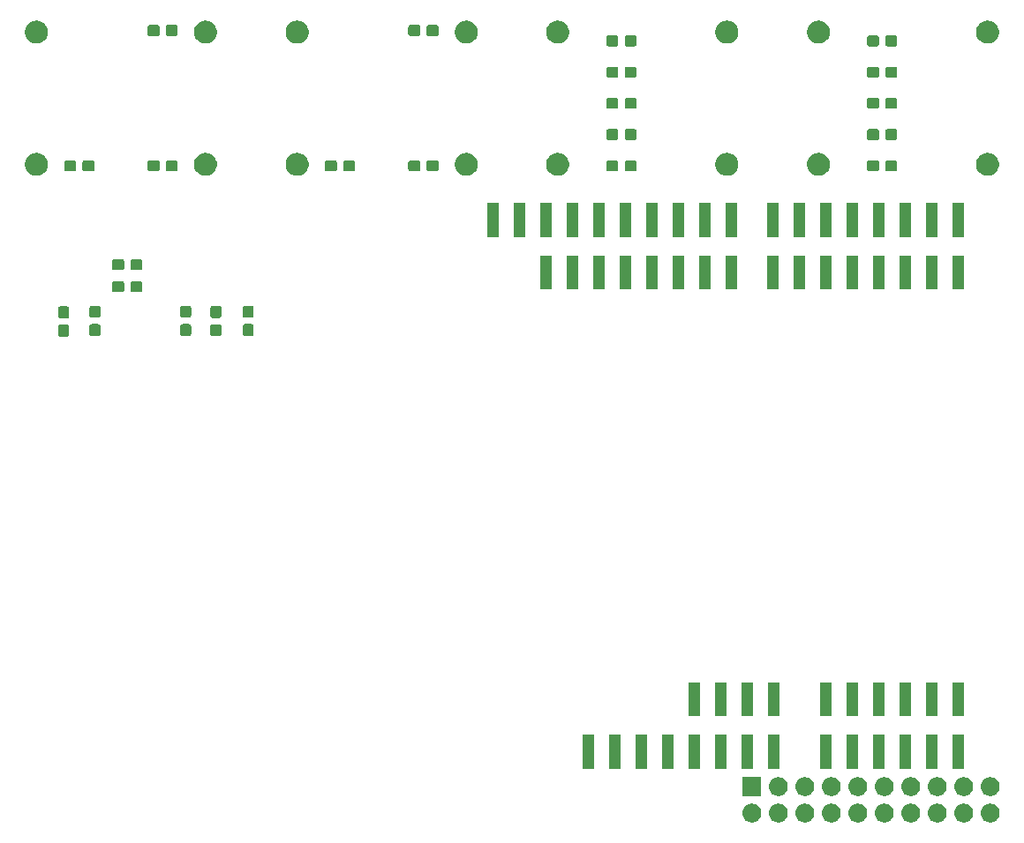
<source format=gbr>
G04 #@! TF.GenerationSoftware,KiCad,Pcbnew,(5.1.4)-1*
G04 #@! TF.CreationDate,2019-11-16T11:12:50+01:00*
G04 #@! TF.ProjectId,fpga_pedal,66706761-5f70-4656-9461-6c2e6b696361,rev?*
G04 #@! TF.SameCoordinates,Original*
G04 #@! TF.FileFunction,Soldermask,Bot*
G04 #@! TF.FilePolarity,Negative*
%FSLAX46Y46*%
G04 Gerber Fmt 4.6, Leading zero omitted, Abs format (unit mm)*
G04 Created by KiCad (PCBNEW (5.1.4)-1) date 2019-11-16 11:12:50*
%MOMM*%
%LPD*%
G04 APERTURE LIST*
%ADD10C,0.100000*%
G04 APERTURE END LIST*
D10*
G36*
X227350443Y-130445519D02*
G01*
X227416627Y-130452037D01*
X227586466Y-130503557D01*
X227742991Y-130587222D01*
X227778729Y-130616552D01*
X227880186Y-130699814D01*
X227963448Y-130801271D01*
X227992778Y-130837009D01*
X228076443Y-130993534D01*
X228127963Y-131163373D01*
X228145359Y-131340000D01*
X228127963Y-131516627D01*
X228076443Y-131686466D01*
X227992778Y-131842991D01*
X227963448Y-131878729D01*
X227880186Y-131980186D01*
X227778729Y-132063448D01*
X227742991Y-132092778D01*
X227586466Y-132176443D01*
X227416627Y-132227963D01*
X227350443Y-132234481D01*
X227284260Y-132241000D01*
X227195740Y-132241000D01*
X227129557Y-132234481D01*
X227063373Y-132227963D01*
X226893534Y-132176443D01*
X226737009Y-132092778D01*
X226701271Y-132063448D01*
X226599814Y-131980186D01*
X226516552Y-131878729D01*
X226487222Y-131842991D01*
X226403557Y-131686466D01*
X226352037Y-131516627D01*
X226334641Y-131340000D01*
X226352037Y-131163373D01*
X226403557Y-130993534D01*
X226487222Y-130837009D01*
X226516552Y-130801271D01*
X226599814Y-130699814D01*
X226701271Y-130616552D01*
X226737009Y-130587222D01*
X226893534Y-130503557D01*
X227063373Y-130452037D01*
X227129557Y-130445519D01*
X227195740Y-130439000D01*
X227284260Y-130439000D01*
X227350443Y-130445519D01*
X227350443Y-130445519D01*
G37*
G36*
X229890443Y-130445519D02*
G01*
X229956627Y-130452037D01*
X230126466Y-130503557D01*
X230282991Y-130587222D01*
X230318729Y-130616552D01*
X230420186Y-130699814D01*
X230503448Y-130801271D01*
X230532778Y-130837009D01*
X230616443Y-130993534D01*
X230667963Y-131163373D01*
X230685359Y-131340000D01*
X230667963Y-131516627D01*
X230616443Y-131686466D01*
X230532778Y-131842991D01*
X230503448Y-131878729D01*
X230420186Y-131980186D01*
X230318729Y-132063448D01*
X230282991Y-132092778D01*
X230126466Y-132176443D01*
X229956627Y-132227963D01*
X229890443Y-132234481D01*
X229824260Y-132241000D01*
X229735740Y-132241000D01*
X229669557Y-132234481D01*
X229603373Y-132227963D01*
X229433534Y-132176443D01*
X229277009Y-132092778D01*
X229241271Y-132063448D01*
X229139814Y-131980186D01*
X229056552Y-131878729D01*
X229027222Y-131842991D01*
X228943557Y-131686466D01*
X228892037Y-131516627D01*
X228874641Y-131340000D01*
X228892037Y-131163373D01*
X228943557Y-130993534D01*
X229027222Y-130837009D01*
X229056552Y-130801271D01*
X229139814Y-130699814D01*
X229241271Y-130616552D01*
X229277009Y-130587222D01*
X229433534Y-130503557D01*
X229603373Y-130452037D01*
X229669557Y-130445519D01*
X229735740Y-130439000D01*
X229824260Y-130439000D01*
X229890443Y-130445519D01*
X229890443Y-130445519D01*
G37*
G36*
X224810443Y-130445519D02*
G01*
X224876627Y-130452037D01*
X225046466Y-130503557D01*
X225202991Y-130587222D01*
X225238729Y-130616552D01*
X225340186Y-130699814D01*
X225423448Y-130801271D01*
X225452778Y-130837009D01*
X225536443Y-130993534D01*
X225587963Y-131163373D01*
X225605359Y-131340000D01*
X225587963Y-131516627D01*
X225536443Y-131686466D01*
X225452778Y-131842991D01*
X225423448Y-131878729D01*
X225340186Y-131980186D01*
X225238729Y-132063448D01*
X225202991Y-132092778D01*
X225046466Y-132176443D01*
X224876627Y-132227963D01*
X224810443Y-132234481D01*
X224744260Y-132241000D01*
X224655740Y-132241000D01*
X224589557Y-132234481D01*
X224523373Y-132227963D01*
X224353534Y-132176443D01*
X224197009Y-132092778D01*
X224161271Y-132063448D01*
X224059814Y-131980186D01*
X223976552Y-131878729D01*
X223947222Y-131842991D01*
X223863557Y-131686466D01*
X223812037Y-131516627D01*
X223794641Y-131340000D01*
X223812037Y-131163373D01*
X223863557Y-130993534D01*
X223947222Y-130837009D01*
X223976552Y-130801271D01*
X224059814Y-130699814D01*
X224161271Y-130616552D01*
X224197009Y-130587222D01*
X224353534Y-130503557D01*
X224523373Y-130452037D01*
X224589557Y-130445519D01*
X224655740Y-130439000D01*
X224744260Y-130439000D01*
X224810443Y-130445519D01*
X224810443Y-130445519D01*
G37*
G36*
X234970443Y-130445519D02*
G01*
X235036627Y-130452037D01*
X235206466Y-130503557D01*
X235362991Y-130587222D01*
X235398729Y-130616552D01*
X235500186Y-130699814D01*
X235583448Y-130801271D01*
X235612778Y-130837009D01*
X235696443Y-130993534D01*
X235747963Y-131163373D01*
X235765359Y-131340000D01*
X235747963Y-131516627D01*
X235696443Y-131686466D01*
X235612778Y-131842991D01*
X235583448Y-131878729D01*
X235500186Y-131980186D01*
X235398729Y-132063448D01*
X235362991Y-132092778D01*
X235206466Y-132176443D01*
X235036627Y-132227963D01*
X234970443Y-132234481D01*
X234904260Y-132241000D01*
X234815740Y-132241000D01*
X234749557Y-132234481D01*
X234683373Y-132227963D01*
X234513534Y-132176443D01*
X234357009Y-132092778D01*
X234321271Y-132063448D01*
X234219814Y-131980186D01*
X234136552Y-131878729D01*
X234107222Y-131842991D01*
X234023557Y-131686466D01*
X233972037Y-131516627D01*
X233954641Y-131340000D01*
X233972037Y-131163373D01*
X234023557Y-130993534D01*
X234107222Y-130837009D01*
X234136552Y-130801271D01*
X234219814Y-130699814D01*
X234321271Y-130616552D01*
X234357009Y-130587222D01*
X234513534Y-130503557D01*
X234683373Y-130452037D01*
X234749557Y-130445519D01*
X234815740Y-130439000D01*
X234904260Y-130439000D01*
X234970443Y-130445519D01*
X234970443Y-130445519D01*
G37*
G36*
X222270443Y-130445519D02*
G01*
X222336627Y-130452037D01*
X222506466Y-130503557D01*
X222662991Y-130587222D01*
X222698729Y-130616552D01*
X222800186Y-130699814D01*
X222883448Y-130801271D01*
X222912778Y-130837009D01*
X222996443Y-130993534D01*
X223047963Y-131163373D01*
X223065359Y-131340000D01*
X223047963Y-131516627D01*
X222996443Y-131686466D01*
X222912778Y-131842991D01*
X222883448Y-131878729D01*
X222800186Y-131980186D01*
X222698729Y-132063448D01*
X222662991Y-132092778D01*
X222506466Y-132176443D01*
X222336627Y-132227963D01*
X222270443Y-132234481D01*
X222204260Y-132241000D01*
X222115740Y-132241000D01*
X222049557Y-132234481D01*
X221983373Y-132227963D01*
X221813534Y-132176443D01*
X221657009Y-132092778D01*
X221621271Y-132063448D01*
X221519814Y-131980186D01*
X221436552Y-131878729D01*
X221407222Y-131842991D01*
X221323557Y-131686466D01*
X221272037Y-131516627D01*
X221254641Y-131340000D01*
X221272037Y-131163373D01*
X221323557Y-130993534D01*
X221407222Y-130837009D01*
X221436552Y-130801271D01*
X221519814Y-130699814D01*
X221621271Y-130616552D01*
X221657009Y-130587222D01*
X221813534Y-130503557D01*
X221983373Y-130452037D01*
X222049557Y-130445519D01*
X222115740Y-130439000D01*
X222204260Y-130439000D01*
X222270443Y-130445519D01*
X222270443Y-130445519D01*
G37*
G36*
X219730443Y-130445519D02*
G01*
X219796627Y-130452037D01*
X219966466Y-130503557D01*
X220122991Y-130587222D01*
X220158729Y-130616552D01*
X220260186Y-130699814D01*
X220343448Y-130801271D01*
X220372778Y-130837009D01*
X220456443Y-130993534D01*
X220507963Y-131163373D01*
X220525359Y-131340000D01*
X220507963Y-131516627D01*
X220456443Y-131686466D01*
X220372778Y-131842991D01*
X220343448Y-131878729D01*
X220260186Y-131980186D01*
X220158729Y-132063448D01*
X220122991Y-132092778D01*
X219966466Y-132176443D01*
X219796627Y-132227963D01*
X219730443Y-132234481D01*
X219664260Y-132241000D01*
X219575740Y-132241000D01*
X219509557Y-132234481D01*
X219443373Y-132227963D01*
X219273534Y-132176443D01*
X219117009Y-132092778D01*
X219081271Y-132063448D01*
X218979814Y-131980186D01*
X218896552Y-131878729D01*
X218867222Y-131842991D01*
X218783557Y-131686466D01*
X218732037Y-131516627D01*
X218714641Y-131340000D01*
X218732037Y-131163373D01*
X218783557Y-130993534D01*
X218867222Y-130837009D01*
X218896552Y-130801271D01*
X218979814Y-130699814D01*
X219081271Y-130616552D01*
X219117009Y-130587222D01*
X219273534Y-130503557D01*
X219443373Y-130452037D01*
X219509557Y-130445519D01*
X219575740Y-130439000D01*
X219664260Y-130439000D01*
X219730443Y-130445519D01*
X219730443Y-130445519D01*
G37*
G36*
X217190443Y-130445519D02*
G01*
X217256627Y-130452037D01*
X217426466Y-130503557D01*
X217582991Y-130587222D01*
X217618729Y-130616552D01*
X217720186Y-130699814D01*
X217803448Y-130801271D01*
X217832778Y-130837009D01*
X217916443Y-130993534D01*
X217967963Y-131163373D01*
X217985359Y-131340000D01*
X217967963Y-131516627D01*
X217916443Y-131686466D01*
X217832778Y-131842991D01*
X217803448Y-131878729D01*
X217720186Y-131980186D01*
X217618729Y-132063448D01*
X217582991Y-132092778D01*
X217426466Y-132176443D01*
X217256627Y-132227963D01*
X217190443Y-132234481D01*
X217124260Y-132241000D01*
X217035740Y-132241000D01*
X216969557Y-132234481D01*
X216903373Y-132227963D01*
X216733534Y-132176443D01*
X216577009Y-132092778D01*
X216541271Y-132063448D01*
X216439814Y-131980186D01*
X216356552Y-131878729D01*
X216327222Y-131842991D01*
X216243557Y-131686466D01*
X216192037Y-131516627D01*
X216174641Y-131340000D01*
X216192037Y-131163373D01*
X216243557Y-130993534D01*
X216327222Y-130837009D01*
X216356552Y-130801271D01*
X216439814Y-130699814D01*
X216541271Y-130616552D01*
X216577009Y-130587222D01*
X216733534Y-130503557D01*
X216903373Y-130452037D01*
X216969557Y-130445519D01*
X217035740Y-130439000D01*
X217124260Y-130439000D01*
X217190443Y-130445519D01*
X217190443Y-130445519D01*
G37*
G36*
X214650443Y-130445519D02*
G01*
X214716627Y-130452037D01*
X214886466Y-130503557D01*
X215042991Y-130587222D01*
X215078729Y-130616552D01*
X215180186Y-130699814D01*
X215263448Y-130801271D01*
X215292778Y-130837009D01*
X215376443Y-130993534D01*
X215427963Y-131163373D01*
X215445359Y-131340000D01*
X215427963Y-131516627D01*
X215376443Y-131686466D01*
X215292778Y-131842991D01*
X215263448Y-131878729D01*
X215180186Y-131980186D01*
X215078729Y-132063448D01*
X215042991Y-132092778D01*
X214886466Y-132176443D01*
X214716627Y-132227963D01*
X214650443Y-132234481D01*
X214584260Y-132241000D01*
X214495740Y-132241000D01*
X214429557Y-132234481D01*
X214363373Y-132227963D01*
X214193534Y-132176443D01*
X214037009Y-132092778D01*
X214001271Y-132063448D01*
X213899814Y-131980186D01*
X213816552Y-131878729D01*
X213787222Y-131842991D01*
X213703557Y-131686466D01*
X213652037Y-131516627D01*
X213634641Y-131340000D01*
X213652037Y-131163373D01*
X213703557Y-130993534D01*
X213787222Y-130837009D01*
X213816552Y-130801271D01*
X213899814Y-130699814D01*
X214001271Y-130616552D01*
X214037009Y-130587222D01*
X214193534Y-130503557D01*
X214363373Y-130452037D01*
X214429557Y-130445519D01*
X214495740Y-130439000D01*
X214584260Y-130439000D01*
X214650443Y-130445519D01*
X214650443Y-130445519D01*
G37*
G36*
X212110443Y-130445519D02*
G01*
X212176627Y-130452037D01*
X212346466Y-130503557D01*
X212502991Y-130587222D01*
X212538729Y-130616552D01*
X212640186Y-130699814D01*
X212723448Y-130801271D01*
X212752778Y-130837009D01*
X212836443Y-130993534D01*
X212887963Y-131163373D01*
X212905359Y-131340000D01*
X212887963Y-131516627D01*
X212836443Y-131686466D01*
X212752778Y-131842991D01*
X212723448Y-131878729D01*
X212640186Y-131980186D01*
X212538729Y-132063448D01*
X212502991Y-132092778D01*
X212346466Y-132176443D01*
X212176627Y-132227963D01*
X212110443Y-132234481D01*
X212044260Y-132241000D01*
X211955740Y-132241000D01*
X211889557Y-132234481D01*
X211823373Y-132227963D01*
X211653534Y-132176443D01*
X211497009Y-132092778D01*
X211461271Y-132063448D01*
X211359814Y-131980186D01*
X211276552Y-131878729D01*
X211247222Y-131842991D01*
X211163557Y-131686466D01*
X211112037Y-131516627D01*
X211094641Y-131340000D01*
X211112037Y-131163373D01*
X211163557Y-130993534D01*
X211247222Y-130837009D01*
X211276552Y-130801271D01*
X211359814Y-130699814D01*
X211461271Y-130616552D01*
X211497009Y-130587222D01*
X211653534Y-130503557D01*
X211823373Y-130452037D01*
X211889557Y-130445519D01*
X211955740Y-130439000D01*
X212044260Y-130439000D01*
X212110443Y-130445519D01*
X212110443Y-130445519D01*
G37*
G36*
X232430443Y-130445519D02*
G01*
X232496627Y-130452037D01*
X232666466Y-130503557D01*
X232822991Y-130587222D01*
X232858729Y-130616552D01*
X232960186Y-130699814D01*
X233043448Y-130801271D01*
X233072778Y-130837009D01*
X233156443Y-130993534D01*
X233207963Y-131163373D01*
X233225359Y-131340000D01*
X233207963Y-131516627D01*
X233156443Y-131686466D01*
X233072778Y-131842991D01*
X233043448Y-131878729D01*
X232960186Y-131980186D01*
X232858729Y-132063448D01*
X232822991Y-132092778D01*
X232666466Y-132176443D01*
X232496627Y-132227963D01*
X232430443Y-132234481D01*
X232364260Y-132241000D01*
X232275740Y-132241000D01*
X232209557Y-132234481D01*
X232143373Y-132227963D01*
X231973534Y-132176443D01*
X231817009Y-132092778D01*
X231781271Y-132063448D01*
X231679814Y-131980186D01*
X231596552Y-131878729D01*
X231567222Y-131842991D01*
X231483557Y-131686466D01*
X231432037Y-131516627D01*
X231414641Y-131340000D01*
X231432037Y-131163373D01*
X231483557Y-130993534D01*
X231567222Y-130837009D01*
X231596552Y-130801271D01*
X231679814Y-130699814D01*
X231781271Y-130616552D01*
X231817009Y-130587222D01*
X231973534Y-130503557D01*
X232143373Y-130452037D01*
X232209557Y-130445519D01*
X232275740Y-130439000D01*
X232364260Y-130439000D01*
X232430443Y-130445519D01*
X232430443Y-130445519D01*
G37*
G36*
X222270442Y-127905518D02*
G01*
X222336627Y-127912037D01*
X222506466Y-127963557D01*
X222662991Y-128047222D01*
X222698729Y-128076552D01*
X222800186Y-128159814D01*
X222883448Y-128261271D01*
X222912778Y-128297009D01*
X222996443Y-128453534D01*
X223047963Y-128623373D01*
X223065359Y-128800000D01*
X223047963Y-128976627D01*
X222996443Y-129146466D01*
X222912778Y-129302991D01*
X222883448Y-129338729D01*
X222800186Y-129440186D01*
X222698729Y-129523448D01*
X222662991Y-129552778D01*
X222506466Y-129636443D01*
X222336627Y-129687963D01*
X222270442Y-129694482D01*
X222204260Y-129701000D01*
X222115740Y-129701000D01*
X222049558Y-129694482D01*
X221983373Y-129687963D01*
X221813534Y-129636443D01*
X221657009Y-129552778D01*
X221621271Y-129523448D01*
X221519814Y-129440186D01*
X221436552Y-129338729D01*
X221407222Y-129302991D01*
X221323557Y-129146466D01*
X221272037Y-128976627D01*
X221254641Y-128800000D01*
X221272037Y-128623373D01*
X221323557Y-128453534D01*
X221407222Y-128297009D01*
X221436552Y-128261271D01*
X221519814Y-128159814D01*
X221621271Y-128076552D01*
X221657009Y-128047222D01*
X221813534Y-127963557D01*
X221983373Y-127912037D01*
X222049558Y-127905518D01*
X222115740Y-127899000D01*
X222204260Y-127899000D01*
X222270442Y-127905518D01*
X222270442Y-127905518D01*
G37*
G36*
X234970442Y-127905518D02*
G01*
X235036627Y-127912037D01*
X235206466Y-127963557D01*
X235362991Y-128047222D01*
X235398729Y-128076552D01*
X235500186Y-128159814D01*
X235583448Y-128261271D01*
X235612778Y-128297009D01*
X235696443Y-128453534D01*
X235747963Y-128623373D01*
X235765359Y-128800000D01*
X235747963Y-128976627D01*
X235696443Y-129146466D01*
X235612778Y-129302991D01*
X235583448Y-129338729D01*
X235500186Y-129440186D01*
X235398729Y-129523448D01*
X235362991Y-129552778D01*
X235206466Y-129636443D01*
X235036627Y-129687963D01*
X234970442Y-129694482D01*
X234904260Y-129701000D01*
X234815740Y-129701000D01*
X234749558Y-129694482D01*
X234683373Y-129687963D01*
X234513534Y-129636443D01*
X234357009Y-129552778D01*
X234321271Y-129523448D01*
X234219814Y-129440186D01*
X234136552Y-129338729D01*
X234107222Y-129302991D01*
X234023557Y-129146466D01*
X233972037Y-128976627D01*
X233954641Y-128800000D01*
X233972037Y-128623373D01*
X234023557Y-128453534D01*
X234107222Y-128297009D01*
X234136552Y-128261271D01*
X234219814Y-128159814D01*
X234321271Y-128076552D01*
X234357009Y-128047222D01*
X234513534Y-127963557D01*
X234683373Y-127912037D01*
X234749558Y-127905518D01*
X234815740Y-127899000D01*
X234904260Y-127899000D01*
X234970442Y-127905518D01*
X234970442Y-127905518D01*
G37*
G36*
X232430442Y-127905518D02*
G01*
X232496627Y-127912037D01*
X232666466Y-127963557D01*
X232822991Y-128047222D01*
X232858729Y-128076552D01*
X232960186Y-128159814D01*
X233043448Y-128261271D01*
X233072778Y-128297009D01*
X233156443Y-128453534D01*
X233207963Y-128623373D01*
X233225359Y-128800000D01*
X233207963Y-128976627D01*
X233156443Y-129146466D01*
X233072778Y-129302991D01*
X233043448Y-129338729D01*
X232960186Y-129440186D01*
X232858729Y-129523448D01*
X232822991Y-129552778D01*
X232666466Y-129636443D01*
X232496627Y-129687963D01*
X232430442Y-129694482D01*
X232364260Y-129701000D01*
X232275740Y-129701000D01*
X232209558Y-129694482D01*
X232143373Y-129687963D01*
X231973534Y-129636443D01*
X231817009Y-129552778D01*
X231781271Y-129523448D01*
X231679814Y-129440186D01*
X231596552Y-129338729D01*
X231567222Y-129302991D01*
X231483557Y-129146466D01*
X231432037Y-128976627D01*
X231414641Y-128800000D01*
X231432037Y-128623373D01*
X231483557Y-128453534D01*
X231567222Y-128297009D01*
X231596552Y-128261271D01*
X231679814Y-128159814D01*
X231781271Y-128076552D01*
X231817009Y-128047222D01*
X231973534Y-127963557D01*
X232143373Y-127912037D01*
X232209558Y-127905518D01*
X232275740Y-127899000D01*
X232364260Y-127899000D01*
X232430442Y-127905518D01*
X232430442Y-127905518D01*
G37*
G36*
X214650442Y-127905518D02*
G01*
X214716627Y-127912037D01*
X214886466Y-127963557D01*
X215042991Y-128047222D01*
X215078729Y-128076552D01*
X215180186Y-128159814D01*
X215263448Y-128261271D01*
X215292778Y-128297009D01*
X215376443Y-128453534D01*
X215427963Y-128623373D01*
X215445359Y-128800000D01*
X215427963Y-128976627D01*
X215376443Y-129146466D01*
X215292778Y-129302991D01*
X215263448Y-129338729D01*
X215180186Y-129440186D01*
X215078729Y-129523448D01*
X215042991Y-129552778D01*
X214886466Y-129636443D01*
X214716627Y-129687963D01*
X214650442Y-129694482D01*
X214584260Y-129701000D01*
X214495740Y-129701000D01*
X214429558Y-129694482D01*
X214363373Y-129687963D01*
X214193534Y-129636443D01*
X214037009Y-129552778D01*
X214001271Y-129523448D01*
X213899814Y-129440186D01*
X213816552Y-129338729D01*
X213787222Y-129302991D01*
X213703557Y-129146466D01*
X213652037Y-128976627D01*
X213634641Y-128800000D01*
X213652037Y-128623373D01*
X213703557Y-128453534D01*
X213787222Y-128297009D01*
X213816552Y-128261271D01*
X213899814Y-128159814D01*
X214001271Y-128076552D01*
X214037009Y-128047222D01*
X214193534Y-127963557D01*
X214363373Y-127912037D01*
X214429558Y-127905518D01*
X214495740Y-127899000D01*
X214584260Y-127899000D01*
X214650442Y-127905518D01*
X214650442Y-127905518D01*
G37*
G36*
X212901000Y-129701000D02*
G01*
X211099000Y-129701000D01*
X211099000Y-127899000D01*
X212901000Y-127899000D01*
X212901000Y-129701000D01*
X212901000Y-129701000D01*
G37*
G36*
X217190442Y-127905518D02*
G01*
X217256627Y-127912037D01*
X217426466Y-127963557D01*
X217582991Y-128047222D01*
X217618729Y-128076552D01*
X217720186Y-128159814D01*
X217803448Y-128261271D01*
X217832778Y-128297009D01*
X217916443Y-128453534D01*
X217967963Y-128623373D01*
X217985359Y-128800000D01*
X217967963Y-128976627D01*
X217916443Y-129146466D01*
X217832778Y-129302991D01*
X217803448Y-129338729D01*
X217720186Y-129440186D01*
X217618729Y-129523448D01*
X217582991Y-129552778D01*
X217426466Y-129636443D01*
X217256627Y-129687963D01*
X217190442Y-129694482D01*
X217124260Y-129701000D01*
X217035740Y-129701000D01*
X216969558Y-129694482D01*
X216903373Y-129687963D01*
X216733534Y-129636443D01*
X216577009Y-129552778D01*
X216541271Y-129523448D01*
X216439814Y-129440186D01*
X216356552Y-129338729D01*
X216327222Y-129302991D01*
X216243557Y-129146466D01*
X216192037Y-128976627D01*
X216174641Y-128800000D01*
X216192037Y-128623373D01*
X216243557Y-128453534D01*
X216327222Y-128297009D01*
X216356552Y-128261271D01*
X216439814Y-128159814D01*
X216541271Y-128076552D01*
X216577009Y-128047222D01*
X216733534Y-127963557D01*
X216903373Y-127912037D01*
X216969558Y-127905518D01*
X217035740Y-127899000D01*
X217124260Y-127899000D01*
X217190442Y-127905518D01*
X217190442Y-127905518D01*
G37*
G36*
X219730442Y-127905518D02*
G01*
X219796627Y-127912037D01*
X219966466Y-127963557D01*
X220122991Y-128047222D01*
X220158729Y-128076552D01*
X220260186Y-128159814D01*
X220343448Y-128261271D01*
X220372778Y-128297009D01*
X220456443Y-128453534D01*
X220507963Y-128623373D01*
X220525359Y-128800000D01*
X220507963Y-128976627D01*
X220456443Y-129146466D01*
X220372778Y-129302991D01*
X220343448Y-129338729D01*
X220260186Y-129440186D01*
X220158729Y-129523448D01*
X220122991Y-129552778D01*
X219966466Y-129636443D01*
X219796627Y-129687963D01*
X219730442Y-129694482D01*
X219664260Y-129701000D01*
X219575740Y-129701000D01*
X219509558Y-129694482D01*
X219443373Y-129687963D01*
X219273534Y-129636443D01*
X219117009Y-129552778D01*
X219081271Y-129523448D01*
X218979814Y-129440186D01*
X218896552Y-129338729D01*
X218867222Y-129302991D01*
X218783557Y-129146466D01*
X218732037Y-128976627D01*
X218714641Y-128800000D01*
X218732037Y-128623373D01*
X218783557Y-128453534D01*
X218867222Y-128297009D01*
X218896552Y-128261271D01*
X218979814Y-128159814D01*
X219081271Y-128076552D01*
X219117009Y-128047222D01*
X219273534Y-127963557D01*
X219443373Y-127912037D01*
X219509558Y-127905518D01*
X219575740Y-127899000D01*
X219664260Y-127899000D01*
X219730442Y-127905518D01*
X219730442Y-127905518D01*
G37*
G36*
X224810442Y-127905518D02*
G01*
X224876627Y-127912037D01*
X225046466Y-127963557D01*
X225202991Y-128047222D01*
X225238729Y-128076552D01*
X225340186Y-128159814D01*
X225423448Y-128261271D01*
X225452778Y-128297009D01*
X225536443Y-128453534D01*
X225587963Y-128623373D01*
X225605359Y-128800000D01*
X225587963Y-128976627D01*
X225536443Y-129146466D01*
X225452778Y-129302991D01*
X225423448Y-129338729D01*
X225340186Y-129440186D01*
X225238729Y-129523448D01*
X225202991Y-129552778D01*
X225046466Y-129636443D01*
X224876627Y-129687963D01*
X224810442Y-129694482D01*
X224744260Y-129701000D01*
X224655740Y-129701000D01*
X224589558Y-129694482D01*
X224523373Y-129687963D01*
X224353534Y-129636443D01*
X224197009Y-129552778D01*
X224161271Y-129523448D01*
X224059814Y-129440186D01*
X223976552Y-129338729D01*
X223947222Y-129302991D01*
X223863557Y-129146466D01*
X223812037Y-128976627D01*
X223794641Y-128800000D01*
X223812037Y-128623373D01*
X223863557Y-128453534D01*
X223947222Y-128297009D01*
X223976552Y-128261271D01*
X224059814Y-128159814D01*
X224161271Y-128076552D01*
X224197009Y-128047222D01*
X224353534Y-127963557D01*
X224523373Y-127912037D01*
X224589558Y-127905518D01*
X224655740Y-127899000D01*
X224744260Y-127899000D01*
X224810442Y-127905518D01*
X224810442Y-127905518D01*
G37*
G36*
X227350442Y-127905518D02*
G01*
X227416627Y-127912037D01*
X227586466Y-127963557D01*
X227742991Y-128047222D01*
X227778729Y-128076552D01*
X227880186Y-128159814D01*
X227963448Y-128261271D01*
X227992778Y-128297009D01*
X228076443Y-128453534D01*
X228127963Y-128623373D01*
X228145359Y-128800000D01*
X228127963Y-128976627D01*
X228076443Y-129146466D01*
X227992778Y-129302991D01*
X227963448Y-129338729D01*
X227880186Y-129440186D01*
X227778729Y-129523448D01*
X227742991Y-129552778D01*
X227586466Y-129636443D01*
X227416627Y-129687963D01*
X227350442Y-129694482D01*
X227284260Y-129701000D01*
X227195740Y-129701000D01*
X227129558Y-129694482D01*
X227063373Y-129687963D01*
X226893534Y-129636443D01*
X226737009Y-129552778D01*
X226701271Y-129523448D01*
X226599814Y-129440186D01*
X226516552Y-129338729D01*
X226487222Y-129302991D01*
X226403557Y-129146466D01*
X226352037Y-128976627D01*
X226334641Y-128800000D01*
X226352037Y-128623373D01*
X226403557Y-128453534D01*
X226487222Y-128297009D01*
X226516552Y-128261271D01*
X226599814Y-128159814D01*
X226701271Y-128076552D01*
X226737009Y-128047222D01*
X226893534Y-127963557D01*
X227063373Y-127912037D01*
X227129558Y-127905518D01*
X227195740Y-127899000D01*
X227284260Y-127899000D01*
X227350442Y-127905518D01*
X227350442Y-127905518D01*
G37*
G36*
X229890442Y-127905518D02*
G01*
X229956627Y-127912037D01*
X230126466Y-127963557D01*
X230282991Y-128047222D01*
X230318729Y-128076552D01*
X230420186Y-128159814D01*
X230503448Y-128261271D01*
X230532778Y-128297009D01*
X230616443Y-128453534D01*
X230667963Y-128623373D01*
X230685359Y-128800000D01*
X230667963Y-128976627D01*
X230616443Y-129146466D01*
X230532778Y-129302991D01*
X230503448Y-129338729D01*
X230420186Y-129440186D01*
X230318729Y-129523448D01*
X230282991Y-129552778D01*
X230126466Y-129636443D01*
X229956627Y-129687963D01*
X229890442Y-129694482D01*
X229824260Y-129701000D01*
X229735740Y-129701000D01*
X229669558Y-129694482D01*
X229603373Y-129687963D01*
X229433534Y-129636443D01*
X229277009Y-129552778D01*
X229241271Y-129523448D01*
X229139814Y-129440186D01*
X229056552Y-129338729D01*
X229027222Y-129302991D01*
X228943557Y-129146466D01*
X228892037Y-128976627D01*
X228874641Y-128800000D01*
X228892037Y-128623373D01*
X228943557Y-128453534D01*
X229027222Y-128297009D01*
X229056552Y-128261271D01*
X229139814Y-128159814D01*
X229241271Y-128076552D01*
X229277009Y-128047222D01*
X229433534Y-127963557D01*
X229603373Y-127912037D01*
X229669558Y-127905518D01*
X229735740Y-127899000D01*
X229824260Y-127899000D01*
X229890442Y-127905518D01*
X229890442Y-127905518D01*
G37*
G36*
X219641000Y-127081000D02*
G01*
X218539000Y-127081000D01*
X218539000Y-123829000D01*
X219641000Y-123829000D01*
X219641000Y-127081000D01*
X219641000Y-127081000D01*
G37*
G36*
X224721000Y-127081000D02*
G01*
X223619000Y-127081000D01*
X223619000Y-123829000D01*
X224721000Y-123829000D01*
X224721000Y-127081000D01*
X224721000Y-127081000D01*
G37*
G36*
X196861000Y-127081000D02*
G01*
X195759000Y-127081000D01*
X195759000Y-123829000D01*
X196861000Y-123829000D01*
X196861000Y-127081000D01*
X196861000Y-127081000D01*
G37*
G36*
X214641000Y-127081000D02*
G01*
X213539000Y-127081000D01*
X213539000Y-123829000D01*
X214641000Y-123829000D01*
X214641000Y-127081000D01*
X214641000Y-127081000D01*
G37*
G36*
X212101000Y-127081000D02*
G01*
X210999000Y-127081000D01*
X210999000Y-123829000D01*
X212101000Y-123829000D01*
X212101000Y-127081000D01*
X212101000Y-127081000D01*
G37*
G36*
X201941000Y-127081000D02*
G01*
X200839000Y-127081000D01*
X200839000Y-123829000D01*
X201941000Y-123829000D01*
X201941000Y-127081000D01*
X201941000Y-127081000D01*
G37*
G36*
X207021000Y-127081000D02*
G01*
X205919000Y-127081000D01*
X205919000Y-123829000D01*
X207021000Y-123829000D01*
X207021000Y-127081000D01*
X207021000Y-127081000D01*
G37*
G36*
X204481000Y-127081000D02*
G01*
X203379000Y-127081000D01*
X203379000Y-123829000D01*
X204481000Y-123829000D01*
X204481000Y-127081000D01*
X204481000Y-127081000D01*
G37*
G36*
X199401000Y-127081000D02*
G01*
X198299000Y-127081000D01*
X198299000Y-123829000D01*
X199401000Y-123829000D01*
X199401000Y-127081000D01*
X199401000Y-127081000D01*
G37*
G36*
X232341000Y-127081000D02*
G01*
X231239000Y-127081000D01*
X231239000Y-123829000D01*
X232341000Y-123829000D01*
X232341000Y-127081000D01*
X232341000Y-127081000D01*
G37*
G36*
X227261000Y-127081000D02*
G01*
X226159000Y-127081000D01*
X226159000Y-123829000D01*
X227261000Y-123829000D01*
X227261000Y-127081000D01*
X227261000Y-127081000D01*
G37*
G36*
X229801000Y-127081000D02*
G01*
X228699000Y-127081000D01*
X228699000Y-123829000D01*
X229801000Y-123829000D01*
X229801000Y-127081000D01*
X229801000Y-127081000D01*
G37*
G36*
X222181000Y-127081000D02*
G01*
X221079000Y-127081000D01*
X221079000Y-123829000D01*
X222181000Y-123829000D01*
X222181000Y-127081000D01*
X222181000Y-127081000D01*
G37*
G36*
X209561000Y-127081000D02*
G01*
X208459000Y-127081000D01*
X208459000Y-123829000D01*
X209561000Y-123829000D01*
X209561000Y-127081000D01*
X209561000Y-127081000D01*
G37*
G36*
X219641000Y-122031000D02*
G01*
X218539000Y-122031000D01*
X218539000Y-118779000D01*
X219641000Y-118779000D01*
X219641000Y-122031000D01*
X219641000Y-122031000D01*
G37*
G36*
X232341000Y-122031000D02*
G01*
X231239000Y-122031000D01*
X231239000Y-118779000D01*
X232341000Y-118779000D01*
X232341000Y-122031000D01*
X232341000Y-122031000D01*
G37*
G36*
X229801000Y-122031000D02*
G01*
X228699000Y-122031000D01*
X228699000Y-118779000D01*
X229801000Y-118779000D01*
X229801000Y-122031000D01*
X229801000Y-122031000D01*
G37*
G36*
X227261000Y-122031000D02*
G01*
X226159000Y-122031000D01*
X226159000Y-118779000D01*
X227261000Y-118779000D01*
X227261000Y-122031000D01*
X227261000Y-122031000D01*
G37*
G36*
X224721000Y-122031000D02*
G01*
X223619000Y-122031000D01*
X223619000Y-118779000D01*
X224721000Y-118779000D01*
X224721000Y-122031000D01*
X224721000Y-122031000D01*
G37*
G36*
X222181000Y-122031000D02*
G01*
X221079000Y-122031000D01*
X221079000Y-118779000D01*
X222181000Y-118779000D01*
X222181000Y-122031000D01*
X222181000Y-122031000D01*
G37*
G36*
X209561000Y-122031000D02*
G01*
X208459000Y-122031000D01*
X208459000Y-118779000D01*
X209561000Y-118779000D01*
X209561000Y-122031000D01*
X209561000Y-122031000D01*
G37*
G36*
X214641000Y-122031000D02*
G01*
X213539000Y-122031000D01*
X213539000Y-118779000D01*
X214641000Y-118779000D01*
X214641000Y-122031000D01*
X214641000Y-122031000D01*
G37*
G36*
X207021000Y-122031000D02*
G01*
X205919000Y-122031000D01*
X205919000Y-118779000D01*
X207021000Y-118779000D01*
X207021000Y-122031000D01*
X207021000Y-122031000D01*
G37*
G36*
X212101000Y-122031000D02*
G01*
X210999000Y-122031000D01*
X210999000Y-118779000D01*
X212101000Y-118779000D01*
X212101000Y-122031000D01*
X212101000Y-122031000D01*
G37*
G36*
X146364499Y-84443445D02*
G01*
X146401995Y-84454820D01*
X146436554Y-84473292D01*
X146466847Y-84498153D01*
X146491708Y-84528446D01*
X146510180Y-84563005D01*
X146521555Y-84600501D01*
X146526000Y-84645638D01*
X146526000Y-85384362D01*
X146521555Y-85429499D01*
X146510180Y-85466995D01*
X146491708Y-85501554D01*
X146466847Y-85531847D01*
X146436554Y-85556708D01*
X146401995Y-85575180D01*
X146364499Y-85586555D01*
X146319362Y-85591000D01*
X145680638Y-85591000D01*
X145635501Y-85586555D01*
X145598005Y-85575180D01*
X145563446Y-85556708D01*
X145533153Y-85531847D01*
X145508292Y-85501554D01*
X145489820Y-85466995D01*
X145478445Y-85429499D01*
X145474000Y-85384362D01*
X145474000Y-84645638D01*
X145478445Y-84600501D01*
X145489820Y-84563005D01*
X145508292Y-84528446D01*
X145533153Y-84498153D01*
X145563446Y-84473292D01*
X145598005Y-84454820D01*
X145635501Y-84443445D01*
X145680638Y-84439000D01*
X146319362Y-84439000D01*
X146364499Y-84443445D01*
X146364499Y-84443445D01*
G37*
G36*
X160964499Y-84403445D02*
G01*
X161001995Y-84414820D01*
X161036554Y-84433292D01*
X161066847Y-84458153D01*
X161091708Y-84488446D01*
X161110180Y-84523005D01*
X161121555Y-84560501D01*
X161126000Y-84605638D01*
X161126000Y-85344362D01*
X161121555Y-85389499D01*
X161110180Y-85426995D01*
X161091708Y-85461554D01*
X161066847Y-85491847D01*
X161036554Y-85516708D01*
X161001995Y-85535180D01*
X160964499Y-85546555D01*
X160919362Y-85551000D01*
X160280638Y-85551000D01*
X160235501Y-85546555D01*
X160198005Y-85535180D01*
X160163446Y-85516708D01*
X160133153Y-85491847D01*
X160108292Y-85461554D01*
X160089820Y-85426995D01*
X160078445Y-85389499D01*
X160074000Y-85344362D01*
X160074000Y-84605638D01*
X160078445Y-84560501D01*
X160089820Y-84523005D01*
X160108292Y-84488446D01*
X160133153Y-84458153D01*
X160163446Y-84433292D01*
X160198005Y-84414820D01*
X160235501Y-84403445D01*
X160280638Y-84399000D01*
X160919362Y-84399000D01*
X160964499Y-84403445D01*
X160964499Y-84403445D01*
G37*
G36*
X158064499Y-84393445D02*
G01*
X158101995Y-84404820D01*
X158136554Y-84423292D01*
X158166847Y-84448153D01*
X158191708Y-84478446D01*
X158210180Y-84513005D01*
X158221555Y-84550501D01*
X158226000Y-84595638D01*
X158226000Y-85334362D01*
X158221555Y-85379499D01*
X158210180Y-85416995D01*
X158191708Y-85451554D01*
X158166847Y-85481847D01*
X158136554Y-85506708D01*
X158101995Y-85525180D01*
X158064499Y-85536555D01*
X158019362Y-85541000D01*
X157380638Y-85541000D01*
X157335501Y-85536555D01*
X157298005Y-85525180D01*
X157263446Y-85506708D01*
X157233153Y-85481847D01*
X157208292Y-85451554D01*
X157189820Y-85416995D01*
X157178445Y-85379499D01*
X157174000Y-85334362D01*
X157174000Y-84595638D01*
X157178445Y-84550501D01*
X157189820Y-84513005D01*
X157208292Y-84478446D01*
X157233153Y-84448153D01*
X157263446Y-84423292D01*
X157298005Y-84404820D01*
X157335501Y-84393445D01*
X157380638Y-84389000D01*
X158019362Y-84389000D01*
X158064499Y-84393445D01*
X158064499Y-84393445D01*
G37*
G36*
X164064499Y-84393445D02*
G01*
X164101995Y-84404820D01*
X164136554Y-84423292D01*
X164166847Y-84448153D01*
X164191708Y-84478446D01*
X164210180Y-84513005D01*
X164221555Y-84550501D01*
X164226000Y-84595638D01*
X164226000Y-85334362D01*
X164221555Y-85379499D01*
X164210180Y-85416995D01*
X164191708Y-85451554D01*
X164166847Y-85481847D01*
X164136554Y-85506708D01*
X164101995Y-85525180D01*
X164064499Y-85536555D01*
X164019362Y-85541000D01*
X163380638Y-85541000D01*
X163335501Y-85536555D01*
X163298005Y-85525180D01*
X163263446Y-85506708D01*
X163233153Y-85481847D01*
X163208292Y-85451554D01*
X163189820Y-85416995D01*
X163178445Y-85379499D01*
X163174000Y-85334362D01*
X163174000Y-84595638D01*
X163178445Y-84550501D01*
X163189820Y-84513005D01*
X163208292Y-84478446D01*
X163233153Y-84448153D01*
X163263446Y-84423292D01*
X163298005Y-84404820D01*
X163335501Y-84393445D01*
X163380638Y-84389000D01*
X164019362Y-84389000D01*
X164064499Y-84393445D01*
X164064499Y-84393445D01*
G37*
G36*
X149364499Y-84393445D02*
G01*
X149401995Y-84404820D01*
X149436554Y-84423292D01*
X149466847Y-84448153D01*
X149491708Y-84478446D01*
X149510180Y-84513005D01*
X149521555Y-84550501D01*
X149526000Y-84595638D01*
X149526000Y-85334362D01*
X149521555Y-85379499D01*
X149510180Y-85416995D01*
X149491708Y-85451554D01*
X149466847Y-85481847D01*
X149436554Y-85506708D01*
X149401995Y-85525180D01*
X149364499Y-85536555D01*
X149319362Y-85541000D01*
X148680638Y-85541000D01*
X148635501Y-85536555D01*
X148598005Y-85525180D01*
X148563446Y-85506708D01*
X148533153Y-85481847D01*
X148508292Y-85451554D01*
X148489820Y-85416995D01*
X148478445Y-85379499D01*
X148474000Y-85334362D01*
X148474000Y-84595638D01*
X148478445Y-84550501D01*
X148489820Y-84513005D01*
X148508292Y-84478446D01*
X148533153Y-84448153D01*
X148563446Y-84423292D01*
X148598005Y-84404820D01*
X148635501Y-84393445D01*
X148680638Y-84389000D01*
X149319362Y-84389000D01*
X149364499Y-84393445D01*
X149364499Y-84393445D01*
G37*
G36*
X146364499Y-82693445D02*
G01*
X146401995Y-82704820D01*
X146436554Y-82723292D01*
X146466847Y-82748153D01*
X146491708Y-82778446D01*
X146510180Y-82813005D01*
X146521555Y-82850501D01*
X146526000Y-82895638D01*
X146526000Y-83634362D01*
X146521555Y-83679499D01*
X146510180Y-83716995D01*
X146491708Y-83751554D01*
X146466847Y-83781847D01*
X146436554Y-83806708D01*
X146401995Y-83825180D01*
X146364499Y-83836555D01*
X146319362Y-83841000D01*
X145680638Y-83841000D01*
X145635501Y-83836555D01*
X145598005Y-83825180D01*
X145563446Y-83806708D01*
X145533153Y-83781847D01*
X145508292Y-83751554D01*
X145489820Y-83716995D01*
X145478445Y-83679499D01*
X145474000Y-83634362D01*
X145474000Y-82895638D01*
X145478445Y-82850501D01*
X145489820Y-82813005D01*
X145508292Y-82778446D01*
X145533153Y-82748153D01*
X145563446Y-82723292D01*
X145598005Y-82704820D01*
X145635501Y-82693445D01*
X145680638Y-82689000D01*
X146319362Y-82689000D01*
X146364499Y-82693445D01*
X146364499Y-82693445D01*
G37*
G36*
X160964499Y-82653445D02*
G01*
X161001995Y-82664820D01*
X161036554Y-82683292D01*
X161066847Y-82708153D01*
X161091708Y-82738446D01*
X161110180Y-82773005D01*
X161121555Y-82810501D01*
X161126000Y-82855638D01*
X161126000Y-83594362D01*
X161121555Y-83639499D01*
X161110180Y-83676995D01*
X161091708Y-83711554D01*
X161066847Y-83741847D01*
X161036554Y-83766708D01*
X161001995Y-83785180D01*
X160964499Y-83796555D01*
X160919362Y-83801000D01*
X160280638Y-83801000D01*
X160235501Y-83796555D01*
X160198005Y-83785180D01*
X160163446Y-83766708D01*
X160133153Y-83741847D01*
X160108292Y-83711554D01*
X160089820Y-83676995D01*
X160078445Y-83639499D01*
X160074000Y-83594362D01*
X160074000Y-82855638D01*
X160078445Y-82810501D01*
X160089820Y-82773005D01*
X160108292Y-82738446D01*
X160133153Y-82708153D01*
X160163446Y-82683292D01*
X160198005Y-82664820D01*
X160235501Y-82653445D01*
X160280638Y-82649000D01*
X160919362Y-82649000D01*
X160964499Y-82653445D01*
X160964499Y-82653445D01*
G37*
G36*
X164064499Y-82643445D02*
G01*
X164101995Y-82654820D01*
X164136554Y-82673292D01*
X164166847Y-82698153D01*
X164191708Y-82728446D01*
X164210180Y-82763005D01*
X164221555Y-82800501D01*
X164226000Y-82845638D01*
X164226000Y-83584362D01*
X164221555Y-83629499D01*
X164210180Y-83666995D01*
X164191708Y-83701554D01*
X164166847Y-83731847D01*
X164136554Y-83756708D01*
X164101995Y-83775180D01*
X164064499Y-83786555D01*
X164019362Y-83791000D01*
X163380638Y-83791000D01*
X163335501Y-83786555D01*
X163298005Y-83775180D01*
X163263446Y-83756708D01*
X163233153Y-83731847D01*
X163208292Y-83701554D01*
X163189820Y-83666995D01*
X163178445Y-83629499D01*
X163174000Y-83584362D01*
X163174000Y-82845638D01*
X163178445Y-82800501D01*
X163189820Y-82763005D01*
X163208292Y-82728446D01*
X163233153Y-82698153D01*
X163263446Y-82673292D01*
X163298005Y-82654820D01*
X163335501Y-82643445D01*
X163380638Y-82639000D01*
X164019362Y-82639000D01*
X164064499Y-82643445D01*
X164064499Y-82643445D01*
G37*
G36*
X158064499Y-82643445D02*
G01*
X158101995Y-82654820D01*
X158136554Y-82673292D01*
X158166847Y-82698153D01*
X158191708Y-82728446D01*
X158210180Y-82763005D01*
X158221555Y-82800501D01*
X158226000Y-82845638D01*
X158226000Y-83584362D01*
X158221555Y-83629499D01*
X158210180Y-83666995D01*
X158191708Y-83701554D01*
X158166847Y-83731847D01*
X158136554Y-83756708D01*
X158101995Y-83775180D01*
X158064499Y-83786555D01*
X158019362Y-83791000D01*
X157380638Y-83791000D01*
X157335501Y-83786555D01*
X157298005Y-83775180D01*
X157263446Y-83756708D01*
X157233153Y-83731847D01*
X157208292Y-83701554D01*
X157189820Y-83666995D01*
X157178445Y-83629499D01*
X157174000Y-83584362D01*
X157174000Y-82845638D01*
X157178445Y-82800501D01*
X157189820Y-82763005D01*
X157208292Y-82728446D01*
X157233153Y-82698153D01*
X157263446Y-82673292D01*
X157298005Y-82654820D01*
X157335501Y-82643445D01*
X157380638Y-82639000D01*
X158019362Y-82639000D01*
X158064499Y-82643445D01*
X158064499Y-82643445D01*
G37*
G36*
X149364499Y-82643445D02*
G01*
X149401995Y-82654820D01*
X149436554Y-82673292D01*
X149466847Y-82698153D01*
X149491708Y-82728446D01*
X149510180Y-82763005D01*
X149521555Y-82800501D01*
X149526000Y-82845638D01*
X149526000Y-83584362D01*
X149521555Y-83629499D01*
X149510180Y-83666995D01*
X149491708Y-83701554D01*
X149466847Y-83731847D01*
X149436554Y-83756708D01*
X149401995Y-83775180D01*
X149364499Y-83786555D01*
X149319362Y-83791000D01*
X148680638Y-83791000D01*
X148635501Y-83786555D01*
X148598005Y-83775180D01*
X148563446Y-83756708D01*
X148533153Y-83731847D01*
X148508292Y-83701554D01*
X148489820Y-83666995D01*
X148478445Y-83629499D01*
X148474000Y-83584362D01*
X148474000Y-82845638D01*
X148478445Y-82800501D01*
X148489820Y-82763005D01*
X148508292Y-82728446D01*
X148533153Y-82698153D01*
X148563446Y-82673292D01*
X148598005Y-82654820D01*
X148635501Y-82643445D01*
X148680638Y-82639000D01*
X149319362Y-82639000D01*
X149364499Y-82643445D01*
X149364499Y-82643445D01*
G37*
G36*
X151639499Y-80278445D02*
G01*
X151676995Y-80289820D01*
X151711554Y-80308292D01*
X151741847Y-80333153D01*
X151766708Y-80363446D01*
X151785180Y-80398005D01*
X151796555Y-80435501D01*
X151801000Y-80480638D01*
X151801000Y-81119362D01*
X151796555Y-81164499D01*
X151785180Y-81201995D01*
X151766708Y-81236554D01*
X151741847Y-81266847D01*
X151711554Y-81291708D01*
X151676995Y-81310180D01*
X151639499Y-81321555D01*
X151594362Y-81326000D01*
X150855638Y-81326000D01*
X150810501Y-81321555D01*
X150773005Y-81310180D01*
X150738446Y-81291708D01*
X150708153Y-81266847D01*
X150683292Y-81236554D01*
X150664820Y-81201995D01*
X150653445Y-81164499D01*
X150649000Y-81119362D01*
X150649000Y-80480638D01*
X150653445Y-80435501D01*
X150664820Y-80398005D01*
X150683292Y-80363446D01*
X150708153Y-80333153D01*
X150738446Y-80308292D01*
X150773005Y-80289820D01*
X150810501Y-80278445D01*
X150855638Y-80274000D01*
X151594362Y-80274000D01*
X151639499Y-80278445D01*
X151639499Y-80278445D01*
G37*
G36*
X153389499Y-80278445D02*
G01*
X153426995Y-80289820D01*
X153461554Y-80308292D01*
X153491847Y-80333153D01*
X153516708Y-80363446D01*
X153535180Y-80398005D01*
X153546555Y-80435501D01*
X153551000Y-80480638D01*
X153551000Y-81119362D01*
X153546555Y-81164499D01*
X153535180Y-81201995D01*
X153516708Y-81236554D01*
X153491847Y-81266847D01*
X153461554Y-81291708D01*
X153426995Y-81310180D01*
X153389499Y-81321555D01*
X153344362Y-81326000D01*
X152605638Y-81326000D01*
X152560501Y-81321555D01*
X152523005Y-81310180D01*
X152488446Y-81291708D01*
X152458153Y-81266847D01*
X152433292Y-81236554D01*
X152414820Y-81201995D01*
X152403445Y-81164499D01*
X152399000Y-81119362D01*
X152399000Y-80480638D01*
X152403445Y-80435501D01*
X152414820Y-80398005D01*
X152433292Y-80363446D01*
X152458153Y-80333153D01*
X152488446Y-80308292D01*
X152523005Y-80289820D01*
X152560501Y-80278445D01*
X152605638Y-80274000D01*
X153344362Y-80274000D01*
X153389499Y-80278445D01*
X153389499Y-80278445D01*
G37*
G36*
X219641000Y-81071000D02*
G01*
X218539000Y-81071000D01*
X218539000Y-77819000D01*
X219641000Y-77819000D01*
X219641000Y-81071000D01*
X219641000Y-81071000D01*
G37*
G36*
X222181000Y-81071000D02*
G01*
X221079000Y-81071000D01*
X221079000Y-77819000D01*
X222181000Y-77819000D01*
X222181000Y-81071000D01*
X222181000Y-81071000D01*
G37*
G36*
X224721000Y-81071000D02*
G01*
X223619000Y-81071000D01*
X223619000Y-77819000D01*
X224721000Y-77819000D01*
X224721000Y-81071000D01*
X224721000Y-81071000D01*
G37*
G36*
X227261000Y-81071000D02*
G01*
X226159000Y-81071000D01*
X226159000Y-77819000D01*
X227261000Y-77819000D01*
X227261000Y-81071000D01*
X227261000Y-81071000D01*
G37*
G36*
X229801000Y-81071000D02*
G01*
X228699000Y-81071000D01*
X228699000Y-77819000D01*
X229801000Y-77819000D01*
X229801000Y-81071000D01*
X229801000Y-81071000D01*
G37*
G36*
X232341000Y-81071000D02*
G01*
X231239000Y-81071000D01*
X231239000Y-77819000D01*
X232341000Y-77819000D01*
X232341000Y-81071000D01*
X232341000Y-81071000D01*
G37*
G36*
X217101000Y-81071000D02*
G01*
X215999000Y-81071000D01*
X215999000Y-77819000D01*
X217101000Y-77819000D01*
X217101000Y-81071000D01*
X217101000Y-81071000D01*
G37*
G36*
X210561000Y-81071000D02*
G01*
X209459000Y-81071000D01*
X209459000Y-77819000D01*
X210561000Y-77819000D01*
X210561000Y-81071000D01*
X210561000Y-81071000D01*
G37*
G36*
X205481000Y-81071000D02*
G01*
X204379000Y-81071000D01*
X204379000Y-77819000D01*
X205481000Y-77819000D01*
X205481000Y-81071000D01*
X205481000Y-81071000D01*
G37*
G36*
X202941000Y-81071000D02*
G01*
X201839000Y-81071000D01*
X201839000Y-77819000D01*
X202941000Y-77819000D01*
X202941000Y-81071000D01*
X202941000Y-81071000D01*
G37*
G36*
X200401000Y-81071000D02*
G01*
X199299000Y-81071000D01*
X199299000Y-77819000D01*
X200401000Y-77819000D01*
X200401000Y-81071000D01*
X200401000Y-81071000D01*
G37*
G36*
X197861000Y-81071000D02*
G01*
X196759000Y-81071000D01*
X196759000Y-77819000D01*
X197861000Y-77819000D01*
X197861000Y-81071000D01*
X197861000Y-81071000D01*
G37*
G36*
X195321000Y-81071000D02*
G01*
X194219000Y-81071000D01*
X194219000Y-77819000D01*
X195321000Y-77819000D01*
X195321000Y-81071000D01*
X195321000Y-81071000D01*
G37*
G36*
X192781000Y-81071000D02*
G01*
X191679000Y-81071000D01*
X191679000Y-77819000D01*
X192781000Y-77819000D01*
X192781000Y-81071000D01*
X192781000Y-81071000D01*
G37*
G36*
X214561000Y-81071000D02*
G01*
X213459000Y-81071000D01*
X213459000Y-77819000D01*
X214561000Y-77819000D01*
X214561000Y-81071000D01*
X214561000Y-81071000D01*
G37*
G36*
X208021000Y-81071000D02*
G01*
X206919000Y-81071000D01*
X206919000Y-77819000D01*
X208021000Y-77819000D01*
X208021000Y-81071000D01*
X208021000Y-81071000D01*
G37*
G36*
X151639499Y-78178445D02*
G01*
X151676995Y-78189820D01*
X151711554Y-78208292D01*
X151741847Y-78233153D01*
X151766708Y-78263446D01*
X151785180Y-78298005D01*
X151796555Y-78335501D01*
X151801000Y-78380638D01*
X151801000Y-79019362D01*
X151796555Y-79064499D01*
X151785180Y-79101995D01*
X151766708Y-79136554D01*
X151741847Y-79166847D01*
X151711554Y-79191708D01*
X151676995Y-79210180D01*
X151639499Y-79221555D01*
X151594362Y-79226000D01*
X150855638Y-79226000D01*
X150810501Y-79221555D01*
X150773005Y-79210180D01*
X150738446Y-79191708D01*
X150708153Y-79166847D01*
X150683292Y-79136554D01*
X150664820Y-79101995D01*
X150653445Y-79064499D01*
X150649000Y-79019362D01*
X150649000Y-78380638D01*
X150653445Y-78335501D01*
X150664820Y-78298005D01*
X150683292Y-78263446D01*
X150708153Y-78233153D01*
X150738446Y-78208292D01*
X150773005Y-78189820D01*
X150810501Y-78178445D01*
X150855638Y-78174000D01*
X151594362Y-78174000D01*
X151639499Y-78178445D01*
X151639499Y-78178445D01*
G37*
G36*
X153389499Y-78178445D02*
G01*
X153426995Y-78189820D01*
X153461554Y-78208292D01*
X153491847Y-78233153D01*
X153516708Y-78263446D01*
X153535180Y-78298005D01*
X153546555Y-78335501D01*
X153551000Y-78380638D01*
X153551000Y-79019362D01*
X153546555Y-79064499D01*
X153535180Y-79101995D01*
X153516708Y-79136554D01*
X153491847Y-79166847D01*
X153461554Y-79191708D01*
X153426995Y-79210180D01*
X153389499Y-79221555D01*
X153344362Y-79226000D01*
X152605638Y-79226000D01*
X152560501Y-79221555D01*
X152523005Y-79210180D01*
X152488446Y-79191708D01*
X152458153Y-79166847D01*
X152433292Y-79136554D01*
X152414820Y-79101995D01*
X152403445Y-79064499D01*
X152399000Y-79019362D01*
X152399000Y-78380638D01*
X152403445Y-78335501D01*
X152414820Y-78298005D01*
X152433292Y-78263446D01*
X152458153Y-78233153D01*
X152488446Y-78208292D01*
X152523005Y-78189820D01*
X152560501Y-78178445D01*
X152605638Y-78174000D01*
X153344362Y-78174000D01*
X153389499Y-78178445D01*
X153389499Y-78178445D01*
G37*
G36*
X227261000Y-76021000D02*
G01*
X226159000Y-76021000D01*
X226159000Y-72769000D01*
X227261000Y-72769000D01*
X227261000Y-76021000D01*
X227261000Y-76021000D01*
G37*
G36*
X192781000Y-76021000D02*
G01*
X191679000Y-76021000D01*
X191679000Y-72769000D01*
X192781000Y-72769000D01*
X192781000Y-76021000D01*
X192781000Y-76021000D01*
G37*
G36*
X219641000Y-76021000D02*
G01*
X218539000Y-76021000D01*
X218539000Y-72769000D01*
X219641000Y-72769000D01*
X219641000Y-76021000D01*
X219641000Y-76021000D01*
G37*
G36*
X232341000Y-76021000D02*
G01*
X231239000Y-76021000D01*
X231239000Y-72769000D01*
X232341000Y-72769000D01*
X232341000Y-76021000D01*
X232341000Y-76021000D01*
G37*
G36*
X222181000Y-76021000D02*
G01*
X221079000Y-76021000D01*
X221079000Y-72769000D01*
X222181000Y-72769000D01*
X222181000Y-76021000D01*
X222181000Y-76021000D01*
G37*
G36*
X224721000Y-76021000D02*
G01*
X223619000Y-76021000D01*
X223619000Y-72769000D01*
X224721000Y-72769000D01*
X224721000Y-76021000D01*
X224721000Y-76021000D01*
G37*
G36*
X229801000Y-76021000D02*
G01*
X228699000Y-76021000D01*
X228699000Y-72769000D01*
X229801000Y-72769000D01*
X229801000Y-76021000D01*
X229801000Y-76021000D01*
G37*
G36*
X214561000Y-76021000D02*
G01*
X213459000Y-76021000D01*
X213459000Y-72769000D01*
X214561000Y-72769000D01*
X214561000Y-76021000D01*
X214561000Y-76021000D01*
G37*
G36*
X217101000Y-76021000D02*
G01*
X215999000Y-76021000D01*
X215999000Y-72769000D01*
X217101000Y-72769000D01*
X217101000Y-76021000D01*
X217101000Y-76021000D01*
G37*
G36*
X187701000Y-76021000D02*
G01*
X186599000Y-76021000D01*
X186599000Y-72769000D01*
X187701000Y-72769000D01*
X187701000Y-76021000D01*
X187701000Y-76021000D01*
G37*
G36*
X202941000Y-76021000D02*
G01*
X201839000Y-76021000D01*
X201839000Y-72769000D01*
X202941000Y-72769000D01*
X202941000Y-76021000D01*
X202941000Y-76021000D01*
G37*
G36*
X195321000Y-76021000D02*
G01*
X194219000Y-76021000D01*
X194219000Y-72769000D01*
X195321000Y-72769000D01*
X195321000Y-76021000D01*
X195321000Y-76021000D01*
G37*
G36*
X208021000Y-76021000D02*
G01*
X206919000Y-76021000D01*
X206919000Y-72769000D01*
X208021000Y-72769000D01*
X208021000Y-76021000D01*
X208021000Y-76021000D01*
G37*
G36*
X200401000Y-76021000D02*
G01*
X199299000Y-76021000D01*
X199299000Y-72769000D01*
X200401000Y-72769000D01*
X200401000Y-76021000D01*
X200401000Y-76021000D01*
G37*
G36*
X197861000Y-76021000D02*
G01*
X196759000Y-76021000D01*
X196759000Y-72769000D01*
X197861000Y-72769000D01*
X197861000Y-76021000D01*
X197861000Y-76021000D01*
G37*
G36*
X190241000Y-76021000D02*
G01*
X189139000Y-76021000D01*
X189139000Y-72769000D01*
X190241000Y-72769000D01*
X190241000Y-76021000D01*
X190241000Y-76021000D01*
G37*
G36*
X205481000Y-76021000D02*
G01*
X204379000Y-76021000D01*
X204379000Y-72769000D01*
X205481000Y-72769000D01*
X205481000Y-76021000D01*
X205481000Y-76021000D01*
G37*
G36*
X210561000Y-76021000D02*
G01*
X209459000Y-76021000D01*
X209459000Y-72769000D01*
X210561000Y-72769000D01*
X210561000Y-76021000D01*
X210561000Y-76021000D01*
G37*
G36*
X209829795Y-67975156D02*
G01*
X209936150Y-67996311D01*
X210136520Y-68079307D01*
X210316844Y-68199795D01*
X210470205Y-68353156D01*
X210590693Y-68533480D01*
X210590693Y-68533481D01*
X210673689Y-68733850D01*
X210679576Y-68763446D01*
X210716000Y-68946560D01*
X210716000Y-69163440D01*
X210673689Y-69376149D01*
X210590693Y-69576520D01*
X210470205Y-69756844D01*
X210316844Y-69910205D01*
X210136520Y-70030693D01*
X209936150Y-70113689D01*
X209829794Y-70134845D01*
X209723440Y-70156000D01*
X209506560Y-70156000D01*
X209400206Y-70134845D01*
X209293850Y-70113689D01*
X209193666Y-70072191D01*
X209093480Y-70030693D01*
X208913156Y-69910205D01*
X208759795Y-69756844D01*
X208639307Y-69576520D01*
X208556311Y-69376149D01*
X208514000Y-69163440D01*
X208514000Y-68946560D01*
X208550424Y-68763446D01*
X208556311Y-68733850D01*
X208639307Y-68533481D01*
X208639307Y-68533480D01*
X208759795Y-68353156D01*
X208913156Y-68199795D01*
X209093480Y-68079307D01*
X209193666Y-68037809D01*
X209293850Y-67996311D01*
X209400206Y-67975155D01*
X209506560Y-67954000D01*
X209723440Y-67954000D01*
X209829795Y-67975156D01*
X209829795Y-67975156D01*
G37*
G36*
X193599795Y-67975156D02*
G01*
X193706150Y-67996311D01*
X193906520Y-68079307D01*
X194086844Y-68199795D01*
X194240205Y-68353156D01*
X194360693Y-68533480D01*
X194360693Y-68533481D01*
X194443689Y-68733850D01*
X194449576Y-68763446D01*
X194486000Y-68946560D01*
X194486000Y-69163440D01*
X194443689Y-69376149D01*
X194360693Y-69576520D01*
X194240205Y-69756844D01*
X194086844Y-69910205D01*
X193906520Y-70030693D01*
X193706150Y-70113689D01*
X193599794Y-70134845D01*
X193493440Y-70156000D01*
X193276560Y-70156000D01*
X193170206Y-70134845D01*
X193063850Y-70113689D01*
X192963666Y-70072191D01*
X192863480Y-70030693D01*
X192683156Y-69910205D01*
X192529795Y-69756844D01*
X192409307Y-69576520D01*
X192326311Y-69376149D01*
X192284000Y-69163440D01*
X192284000Y-68946560D01*
X192320424Y-68763446D01*
X192326311Y-68733850D01*
X192409307Y-68533481D01*
X192409307Y-68533480D01*
X192529795Y-68353156D01*
X192683156Y-68199795D01*
X192863480Y-68079307D01*
X192963666Y-68037809D01*
X193063850Y-67996311D01*
X193170205Y-67975156D01*
X193276560Y-67954000D01*
X193493440Y-67954000D01*
X193599795Y-67975156D01*
X193599795Y-67975156D01*
G37*
G36*
X184829795Y-67975156D02*
G01*
X184936150Y-67996311D01*
X185136520Y-68079307D01*
X185316844Y-68199795D01*
X185470205Y-68353156D01*
X185590693Y-68533480D01*
X185590693Y-68533481D01*
X185673689Y-68733850D01*
X185679576Y-68763446D01*
X185716000Y-68946560D01*
X185716000Y-69163440D01*
X185673689Y-69376149D01*
X185590693Y-69576520D01*
X185470205Y-69756844D01*
X185316844Y-69910205D01*
X185136520Y-70030693D01*
X184936150Y-70113689D01*
X184829794Y-70134845D01*
X184723440Y-70156000D01*
X184506560Y-70156000D01*
X184400206Y-70134845D01*
X184293850Y-70113689D01*
X184193666Y-70072191D01*
X184093480Y-70030693D01*
X183913156Y-69910205D01*
X183759795Y-69756844D01*
X183639307Y-69576520D01*
X183556311Y-69376149D01*
X183514000Y-69163440D01*
X183514000Y-68946560D01*
X183550424Y-68763446D01*
X183556311Y-68733850D01*
X183639307Y-68533481D01*
X183639307Y-68533480D01*
X183759795Y-68353156D01*
X183913156Y-68199795D01*
X184093480Y-68079307D01*
X184193666Y-68037809D01*
X184293850Y-67996311D01*
X184400205Y-67975156D01*
X184506560Y-67954000D01*
X184723440Y-67954000D01*
X184829795Y-67975156D01*
X184829795Y-67975156D01*
G37*
G36*
X168599795Y-67975156D02*
G01*
X168706150Y-67996311D01*
X168906520Y-68079307D01*
X169086844Y-68199795D01*
X169240205Y-68353156D01*
X169360693Y-68533480D01*
X169360693Y-68533481D01*
X169443689Y-68733850D01*
X169449576Y-68763446D01*
X169486000Y-68946560D01*
X169486000Y-69163440D01*
X169443689Y-69376149D01*
X169360693Y-69576520D01*
X169240205Y-69756844D01*
X169086844Y-69910205D01*
X168906520Y-70030693D01*
X168706150Y-70113689D01*
X168599794Y-70134845D01*
X168493440Y-70156000D01*
X168276560Y-70156000D01*
X168170206Y-70134845D01*
X168063850Y-70113689D01*
X167963666Y-70072191D01*
X167863480Y-70030693D01*
X167683156Y-69910205D01*
X167529795Y-69756844D01*
X167409307Y-69576520D01*
X167326311Y-69376149D01*
X167284000Y-69163440D01*
X167284000Y-68946560D01*
X167320424Y-68763446D01*
X167326311Y-68733850D01*
X167409307Y-68533481D01*
X167409307Y-68533480D01*
X167529795Y-68353156D01*
X167683156Y-68199795D01*
X167863480Y-68079307D01*
X167963666Y-68037809D01*
X168063850Y-67996311D01*
X168170205Y-67975156D01*
X168276560Y-67954000D01*
X168493440Y-67954000D01*
X168599795Y-67975156D01*
X168599795Y-67975156D01*
G37*
G36*
X159829795Y-67975156D02*
G01*
X159936150Y-67996311D01*
X160136520Y-68079307D01*
X160316844Y-68199795D01*
X160470205Y-68353156D01*
X160590693Y-68533480D01*
X160590693Y-68533481D01*
X160673689Y-68733850D01*
X160679576Y-68763446D01*
X160716000Y-68946560D01*
X160716000Y-69163440D01*
X160673689Y-69376149D01*
X160590693Y-69576520D01*
X160470205Y-69756844D01*
X160316844Y-69910205D01*
X160136520Y-70030693D01*
X159936150Y-70113689D01*
X159829794Y-70134845D01*
X159723440Y-70156000D01*
X159506560Y-70156000D01*
X159400206Y-70134845D01*
X159293850Y-70113689D01*
X159193666Y-70072191D01*
X159093480Y-70030693D01*
X158913156Y-69910205D01*
X158759795Y-69756844D01*
X158639307Y-69576520D01*
X158556311Y-69376149D01*
X158514000Y-69163440D01*
X158514000Y-68946560D01*
X158550424Y-68763446D01*
X158556311Y-68733850D01*
X158639307Y-68533481D01*
X158639307Y-68533480D01*
X158759795Y-68353156D01*
X158913156Y-68199795D01*
X159093480Y-68079307D01*
X159193666Y-68037809D01*
X159293850Y-67996311D01*
X159400205Y-67975156D01*
X159506560Y-67954000D01*
X159723440Y-67954000D01*
X159829795Y-67975156D01*
X159829795Y-67975156D01*
G37*
G36*
X143599795Y-67975156D02*
G01*
X143706150Y-67996311D01*
X143906520Y-68079307D01*
X144086844Y-68199795D01*
X144240205Y-68353156D01*
X144360693Y-68533480D01*
X144360693Y-68533481D01*
X144443689Y-68733850D01*
X144449576Y-68763446D01*
X144486000Y-68946560D01*
X144486000Y-69163440D01*
X144443689Y-69376149D01*
X144360693Y-69576520D01*
X144240205Y-69756844D01*
X144086844Y-69910205D01*
X143906520Y-70030693D01*
X143706150Y-70113689D01*
X143599794Y-70134845D01*
X143493440Y-70156000D01*
X143276560Y-70156000D01*
X143170206Y-70134845D01*
X143063850Y-70113689D01*
X142963666Y-70072191D01*
X142863480Y-70030693D01*
X142683156Y-69910205D01*
X142529795Y-69756844D01*
X142409307Y-69576520D01*
X142326311Y-69376149D01*
X142284000Y-69163440D01*
X142284000Y-68946560D01*
X142320424Y-68763446D01*
X142326311Y-68733850D01*
X142409307Y-68533481D01*
X142409307Y-68533480D01*
X142529795Y-68353156D01*
X142683156Y-68199795D01*
X142863480Y-68079307D01*
X142963666Y-68037809D01*
X143063850Y-67996311D01*
X143170205Y-67975156D01*
X143276560Y-67954000D01*
X143493440Y-67954000D01*
X143599795Y-67975156D01*
X143599795Y-67975156D01*
G37*
G36*
X218599795Y-67975156D02*
G01*
X218706150Y-67996311D01*
X218906520Y-68079307D01*
X219086844Y-68199795D01*
X219240205Y-68353156D01*
X219360693Y-68533480D01*
X219360693Y-68533481D01*
X219443689Y-68733850D01*
X219449576Y-68763446D01*
X219486000Y-68946560D01*
X219486000Y-69163440D01*
X219443689Y-69376149D01*
X219360693Y-69576520D01*
X219240205Y-69756844D01*
X219086844Y-69910205D01*
X218906520Y-70030693D01*
X218706150Y-70113689D01*
X218599794Y-70134845D01*
X218493440Y-70156000D01*
X218276560Y-70156000D01*
X218170206Y-70134845D01*
X218063850Y-70113689D01*
X217963666Y-70072191D01*
X217863480Y-70030693D01*
X217683156Y-69910205D01*
X217529795Y-69756844D01*
X217409307Y-69576520D01*
X217326311Y-69376149D01*
X217284000Y-69163440D01*
X217284000Y-68946560D01*
X217320424Y-68763446D01*
X217326311Y-68733850D01*
X217409307Y-68533481D01*
X217409307Y-68533480D01*
X217529795Y-68353156D01*
X217683156Y-68199795D01*
X217863480Y-68079307D01*
X217963666Y-68037809D01*
X218063850Y-67996311D01*
X218170206Y-67975155D01*
X218276560Y-67954000D01*
X218493440Y-67954000D01*
X218599795Y-67975156D01*
X218599795Y-67975156D01*
G37*
G36*
X234829795Y-67975156D02*
G01*
X234936150Y-67996311D01*
X235136520Y-68079307D01*
X235316844Y-68199795D01*
X235470205Y-68353156D01*
X235590693Y-68533480D01*
X235590693Y-68533481D01*
X235673689Y-68733850D01*
X235679576Y-68763446D01*
X235716000Y-68946560D01*
X235716000Y-69163440D01*
X235673689Y-69376149D01*
X235590693Y-69576520D01*
X235470205Y-69756844D01*
X235316844Y-69910205D01*
X235136520Y-70030693D01*
X234936150Y-70113689D01*
X234829794Y-70134845D01*
X234723440Y-70156000D01*
X234506560Y-70156000D01*
X234400206Y-70134845D01*
X234293850Y-70113689D01*
X234193666Y-70072191D01*
X234093480Y-70030693D01*
X233913156Y-69910205D01*
X233759795Y-69756844D01*
X233639307Y-69576520D01*
X233556311Y-69376149D01*
X233514000Y-69163440D01*
X233514000Y-68946560D01*
X233550424Y-68763446D01*
X233556311Y-68733850D01*
X233639307Y-68533481D01*
X233639307Y-68533480D01*
X233759795Y-68353156D01*
X233913156Y-68199795D01*
X234093480Y-68079307D01*
X234193666Y-68037809D01*
X234293850Y-67996311D01*
X234400206Y-67975155D01*
X234506560Y-67954000D01*
X234723440Y-67954000D01*
X234829795Y-67975156D01*
X234829795Y-67975156D01*
G37*
G36*
X200789499Y-68678445D02*
G01*
X200826995Y-68689820D01*
X200861554Y-68708292D01*
X200891847Y-68733153D01*
X200916708Y-68763446D01*
X200935180Y-68798005D01*
X200946555Y-68835501D01*
X200951000Y-68880638D01*
X200951000Y-69519362D01*
X200946555Y-69564499D01*
X200935180Y-69601995D01*
X200916708Y-69636554D01*
X200891847Y-69666847D01*
X200861554Y-69691708D01*
X200826995Y-69710180D01*
X200789499Y-69721555D01*
X200744362Y-69726000D01*
X200005638Y-69726000D01*
X199960501Y-69721555D01*
X199923005Y-69710180D01*
X199888446Y-69691708D01*
X199858153Y-69666847D01*
X199833292Y-69636554D01*
X199814820Y-69601995D01*
X199803445Y-69564499D01*
X199799000Y-69519362D01*
X199799000Y-68880638D01*
X199803445Y-68835501D01*
X199814820Y-68798005D01*
X199833292Y-68763446D01*
X199858153Y-68733153D01*
X199888446Y-68708292D01*
X199923005Y-68689820D01*
X199960501Y-68678445D01*
X200005638Y-68674000D01*
X200744362Y-68674000D01*
X200789499Y-68678445D01*
X200789499Y-68678445D01*
G37*
G36*
X199039499Y-68678445D02*
G01*
X199076995Y-68689820D01*
X199111554Y-68708292D01*
X199141847Y-68733153D01*
X199166708Y-68763446D01*
X199185180Y-68798005D01*
X199196555Y-68835501D01*
X199201000Y-68880638D01*
X199201000Y-69519362D01*
X199196555Y-69564499D01*
X199185180Y-69601995D01*
X199166708Y-69636554D01*
X199141847Y-69666847D01*
X199111554Y-69691708D01*
X199076995Y-69710180D01*
X199039499Y-69721555D01*
X198994362Y-69726000D01*
X198255638Y-69726000D01*
X198210501Y-69721555D01*
X198173005Y-69710180D01*
X198138446Y-69691708D01*
X198108153Y-69666847D01*
X198083292Y-69636554D01*
X198064820Y-69601995D01*
X198053445Y-69564499D01*
X198049000Y-69519362D01*
X198049000Y-68880638D01*
X198053445Y-68835501D01*
X198064820Y-68798005D01*
X198083292Y-68763446D01*
X198108153Y-68733153D01*
X198138446Y-68708292D01*
X198173005Y-68689820D01*
X198210501Y-68678445D01*
X198255638Y-68674000D01*
X198994362Y-68674000D01*
X199039499Y-68678445D01*
X199039499Y-68678445D01*
G37*
G36*
X156789499Y-68678445D02*
G01*
X156826995Y-68689820D01*
X156861554Y-68708292D01*
X156891847Y-68733153D01*
X156916708Y-68763446D01*
X156935180Y-68798005D01*
X156946555Y-68835501D01*
X156951000Y-68880638D01*
X156951000Y-69519362D01*
X156946555Y-69564499D01*
X156935180Y-69601995D01*
X156916708Y-69636554D01*
X156891847Y-69666847D01*
X156861554Y-69691708D01*
X156826995Y-69710180D01*
X156789499Y-69721555D01*
X156744362Y-69726000D01*
X156005638Y-69726000D01*
X155960501Y-69721555D01*
X155923005Y-69710180D01*
X155888446Y-69691708D01*
X155858153Y-69666847D01*
X155833292Y-69636554D01*
X155814820Y-69601995D01*
X155803445Y-69564499D01*
X155799000Y-69519362D01*
X155799000Y-68880638D01*
X155803445Y-68835501D01*
X155814820Y-68798005D01*
X155833292Y-68763446D01*
X155858153Y-68733153D01*
X155888446Y-68708292D01*
X155923005Y-68689820D01*
X155960501Y-68678445D01*
X156005638Y-68674000D01*
X156744362Y-68674000D01*
X156789499Y-68678445D01*
X156789499Y-68678445D01*
G37*
G36*
X225789499Y-68678445D02*
G01*
X225826995Y-68689820D01*
X225861554Y-68708292D01*
X225891847Y-68733153D01*
X225916708Y-68763446D01*
X225935180Y-68798005D01*
X225946555Y-68835501D01*
X225951000Y-68880638D01*
X225951000Y-69519362D01*
X225946555Y-69564499D01*
X225935180Y-69601995D01*
X225916708Y-69636554D01*
X225891847Y-69666847D01*
X225861554Y-69691708D01*
X225826995Y-69710180D01*
X225789499Y-69721555D01*
X225744362Y-69726000D01*
X225005638Y-69726000D01*
X224960501Y-69721555D01*
X224923005Y-69710180D01*
X224888446Y-69691708D01*
X224858153Y-69666847D01*
X224833292Y-69636554D01*
X224814820Y-69601995D01*
X224803445Y-69564499D01*
X224799000Y-69519362D01*
X224799000Y-68880638D01*
X224803445Y-68835501D01*
X224814820Y-68798005D01*
X224833292Y-68763446D01*
X224858153Y-68733153D01*
X224888446Y-68708292D01*
X224923005Y-68689820D01*
X224960501Y-68678445D01*
X225005638Y-68674000D01*
X225744362Y-68674000D01*
X225789499Y-68678445D01*
X225789499Y-68678445D01*
G37*
G36*
X181789499Y-68678445D02*
G01*
X181826995Y-68689820D01*
X181861554Y-68708292D01*
X181891847Y-68733153D01*
X181916708Y-68763446D01*
X181935180Y-68798005D01*
X181946555Y-68835501D01*
X181951000Y-68880638D01*
X181951000Y-69519362D01*
X181946555Y-69564499D01*
X181935180Y-69601995D01*
X181916708Y-69636554D01*
X181891847Y-69666847D01*
X181861554Y-69691708D01*
X181826995Y-69710180D01*
X181789499Y-69721555D01*
X181744362Y-69726000D01*
X181005638Y-69726000D01*
X180960501Y-69721555D01*
X180923005Y-69710180D01*
X180888446Y-69691708D01*
X180858153Y-69666847D01*
X180833292Y-69636554D01*
X180814820Y-69601995D01*
X180803445Y-69564499D01*
X180799000Y-69519362D01*
X180799000Y-68880638D01*
X180803445Y-68835501D01*
X180814820Y-68798005D01*
X180833292Y-68763446D01*
X180858153Y-68733153D01*
X180888446Y-68708292D01*
X180923005Y-68689820D01*
X180960501Y-68678445D01*
X181005638Y-68674000D01*
X181744362Y-68674000D01*
X181789499Y-68678445D01*
X181789499Y-68678445D01*
G37*
G36*
X180039499Y-68678445D02*
G01*
X180076995Y-68689820D01*
X180111554Y-68708292D01*
X180141847Y-68733153D01*
X180166708Y-68763446D01*
X180185180Y-68798005D01*
X180196555Y-68835501D01*
X180201000Y-68880638D01*
X180201000Y-69519362D01*
X180196555Y-69564499D01*
X180185180Y-69601995D01*
X180166708Y-69636554D01*
X180141847Y-69666847D01*
X180111554Y-69691708D01*
X180076995Y-69710180D01*
X180039499Y-69721555D01*
X179994362Y-69726000D01*
X179255638Y-69726000D01*
X179210501Y-69721555D01*
X179173005Y-69710180D01*
X179138446Y-69691708D01*
X179108153Y-69666847D01*
X179083292Y-69636554D01*
X179064820Y-69601995D01*
X179053445Y-69564499D01*
X179049000Y-69519362D01*
X179049000Y-68880638D01*
X179053445Y-68835501D01*
X179064820Y-68798005D01*
X179083292Y-68763446D01*
X179108153Y-68733153D01*
X179138446Y-68708292D01*
X179173005Y-68689820D01*
X179210501Y-68678445D01*
X179255638Y-68674000D01*
X179994362Y-68674000D01*
X180039499Y-68678445D01*
X180039499Y-68678445D01*
G37*
G36*
X147039499Y-68678445D02*
G01*
X147076995Y-68689820D01*
X147111554Y-68708292D01*
X147141847Y-68733153D01*
X147166708Y-68763446D01*
X147185180Y-68798005D01*
X147196555Y-68835501D01*
X147201000Y-68880638D01*
X147201000Y-69519362D01*
X147196555Y-69564499D01*
X147185180Y-69601995D01*
X147166708Y-69636554D01*
X147141847Y-69666847D01*
X147111554Y-69691708D01*
X147076995Y-69710180D01*
X147039499Y-69721555D01*
X146994362Y-69726000D01*
X146255638Y-69726000D01*
X146210501Y-69721555D01*
X146173005Y-69710180D01*
X146138446Y-69691708D01*
X146108153Y-69666847D01*
X146083292Y-69636554D01*
X146064820Y-69601995D01*
X146053445Y-69564499D01*
X146049000Y-69519362D01*
X146049000Y-68880638D01*
X146053445Y-68835501D01*
X146064820Y-68798005D01*
X146083292Y-68763446D01*
X146108153Y-68733153D01*
X146138446Y-68708292D01*
X146173005Y-68689820D01*
X146210501Y-68678445D01*
X146255638Y-68674000D01*
X146994362Y-68674000D01*
X147039499Y-68678445D01*
X147039499Y-68678445D01*
G37*
G36*
X148789499Y-68678445D02*
G01*
X148826995Y-68689820D01*
X148861554Y-68708292D01*
X148891847Y-68733153D01*
X148916708Y-68763446D01*
X148935180Y-68798005D01*
X148946555Y-68835501D01*
X148951000Y-68880638D01*
X148951000Y-69519362D01*
X148946555Y-69564499D01*
X148935180Y-69601995D01*
X148916708Y-69636554D01*
X148891847Y-69666847D01*
X148861554Y-69691708D01*
X148826995Y-69710180D01*
X148789499Y-69721555D01*
X148744362Y-69726000D01*
X148005638Y-69726000D01*
X147960501Y-69721555D01*
X147923005Y-69710180D01*
X147888446Y-69691708D01*
X147858153Y-69666847D01*
X147833292Y-69636554D01*
X147814820Y-69601995D01*
X147803445Y-69564499D01*
X147799000Y-69519362D01*
X147799000Y-68880638D01*
X147803445Y-68835501D01*
X147814820Y-68798005D01*
X147833292Y-68763446D01*
X147858153Y-68733153D01*
X147888446Y-68708292D01*
X147923005Y-68689820D01*
X147960501Y-68678445D01*
X148005638Y-68674000D01*
X148744362Y-68674000D01*
X148789499Y-68678445D01*
X148789499Y-68678445D01*
G37*
G36*
X155039499Y-68678445D02*
G01*
X155076995Y-68689820D01*
X155111554Y-68708292D01*
X155141847Y-68733153D01*
X155166708Y-68763446D01*
X155185180Y-68798005D01*
X155196555Y-68835501D01*
X155201000Y-68880638D01*
X155201000Y-69519362D01*
X155196555Y-69564499D01*
X155185180Y-69601995D01*
X155166708Y-69636554D01*
X155141847Y-69666847D01*
X155111554Y-69691708D01*
X155076995Y-69710180D01*
X155039499Y-69721555D01*
X154994362Y-69726000D01*
X154255638Y-69726000D01*
X154210501Y-69721555D01*
X154173005Y-69710180D01*
X154138446Y-69691708D01*
X154108153Y-69666847D01*
X154083292Y-69636554D01*
X154064820Y-69601995D01*
X154053445Y-69564499D01*
X154049000Y-69519362D01*
X154049000Y-68880638D01*
X154053445Y-68835501D01*
X154064820Y-68798005D01*
X154083292Y-68763446D01*
X154108153Y-68733153D01*
X154138446Y-68708292D01*
X154173005Y-68689820D01*
X154210501Y-68678445D01*
X154255638Y-68674000D01*
X154994362Y-68674000D01*
X155039499Y-68678445D01*
X155039499Y-68678445D01*
G37*
G36*
X172039499Y-68678445D02*
G01*
X172076995Y-68689820D01*
X172111554Y-68708292D01*
X172141847Y-68733153D01*
X172166708Y-68763446D01*
X172185180Y-68798005D01*
X172196555Y-68835501D01*
X172201000Y-68880638D01*
X172201000Y-69519362D01*
X172196555Y-69564499D01*
X172185180Y-69601995D01*
X172166708Y-69636554D01*
X172141847Y-69666847D01*
X172111554Y-69691708D01*
X172076995Y-69710180D01*
X172039499Y-69721555D01*
X171994362Y-69726000D01*
X171255638Y-69726000D01*
X171210501Y-69721555D01*
X171173005Y-69710180D01*
X171138446Y-69691708D01*
X171108153Y-69666847D01*
X171083292Y-69636554D01*
X171064820Y-69601995D01*
X171053445Y-69564499D01*
X171049000Y-69519362D01*
X171049000Y-68880638D01*
X171053445Y-68835501D01*
X171064820Y-68798005D01*
X171083292Y-68763446D01*
X171108153Y-68733153D01*
X171138446Y-68708292D01*
X171173005Y-68689820D01*
X171210501Y-68678445D01*
X171255638Y-68674000D01*
X171994362Y-68674000D01*
X172039499Y-68678445D01*
X172039499Y-68678445D01*
G37*
G36*
X224039499Y-68678445D02*
G01*
X224076995Y-68689820D01*
X224111554Y-68708292D01*
X224141847Y-68733153D01*
X224166708Y-68763446D01*
X224185180Y-68798005D01*
X224196555Y-68835501D01*
X224201000Y-68880638D01*
X224201000Y-69519362D01*
X224196555Y-69564499D01*
X224185180Y-69601995D01*
X224166708Y-69636554D01*
X224141847Y-69666847D01*
X224111554Y-69691708D01*
X224076995Y-69710180D01*
X224039499Y-69721555D01*
X223994362Y-69726000D01*
X223255638Y-69726000D01*
X223210501Y-69721555D01*
X223173005Y-69710180D01*
X223138446Y-69691708D01*
X223108153Y-69666847D01*
X223083292Y-69636554D01*
X223064820Y-69601995D01*
X223053445Y-69564499D01*
X223049000Y-69519362D01*
X223049000Y-68880638D01*
X223053445Y-68835501D01*
X223064820Y-68798005D01*
X223083292Y-68763446D01*
X223108153Y-68733153D01*
X223138446Y-68708292D01*
X223173005Y-68689820D01*
X223210501Y-68678445D01*
X223255638Y-68674000D01*
X223994362Y-68674000D01*
X224039499Y-68678445D01*
X224039499Y-68678445D01*
G37*
G36*
X173789499Y-68678445D02*
G01*
X173826995Y-68689820D01*
X173861554Y-68708292D01*
X173891847Y-68733153D01*
X173916708Y-68763446D01*
X173935180Y-68798005D01*
X173946555Y-68835501D01*
X173951000Y-68880638D01*
X173951000Y-69519362D01*
X173946555Y-69564499D01*
X173935180Y-69601995D01*
X173916708Y-69636554D01*
X173891847Y-69666847D01*
X173861554Y-69691708D01*
X173826995Y-69710180D01*
X173789499Y-69721555D01*
X173744362Y-69726000D01*
X173005638Y-69726000D01*
X172960501Y-69721555D01*
X172923005Y-69710180D01*
X172888446Y-69691708D01*
X172858153Y-69666847D01*
X172833292Y-69636554D01*
X172814820Y-69601995D01*
X172803445Y-69564499D01*
X172799000Y-69519362D01*
X172799000Y-68880638D01*
X172803445Y-68835501D01*
X172814820Y-68798005D01*
X172833292Y-68763446D01*
X172858153Y-68733153D01*
X172888446Y-68708292D01*
X172923005Y-68689820D01*
X172960501Y-68678445D01*
X173005638Y-68674000D01*
X173744362Y-68674000D01*
X173789499Y-68678445D01*
X173789499Y-68678445D01*
G37*
G36*
X199039499Y-65678445D02*
G01*
X199076995Y-65689820D01*
X199111554Y-65708292D01*
X199141847Y-65733153D01*
X199166708Y-65763446D01*
X199185180Y-65798005D01*
X199196555Y-65835501D01*
X199201000Y-65880638D01*
X199201000Y-66519362D01*
X199196555Y-66564499D01*
X199185180Y-66601995D01*
X199166708Y-66636554D01*
X199141847Y-66666847D01*
X199111554Y-66691708D01*
X199076995Y-66710180D01*
X199039499Y-66721555D01*
X198994362Y-66726000D01*
X198255638Y-66726000D01*
X198210501Y-66721555D01*
X198173005Y-66710180D01*
X198138446Y-66691708D01*
X198108153Y-66666847D01*
X198083292Y-66636554D01*
X198064820Y-66601995D01*
X198053445Y-66564499D01*
X198049000Y-66519362D01*
X198049000Y-65880638D01*
X198053445Y-65835501D01*
X198064820Y-65798005D01*
X198083292Y-65763446D01*
X198108153Y-65733153D01*
X198138446Y-65708292D01*
X198173005Y-65689820D01*
X198210501Y-65678445D01*
X198255638Y-65674000D01*
X198994362Y-65674000D01*
X199039499Y-65678445D01*
X199039499Y-65678445D01*
G37*
G36*
X200789499Y-65678445D02*
G01*
X200826995Y-65689820D01*
X200861554Y-65708292D01*
X200891847Y-65733153D01*
X200916708Y-65763446D01*
X200935180Y-65798005D01*
X200946555Y-65835501D01*
X200951000Y-65880638D01*
X200951000Y-66519362D01*
X200946555Y-66564499D01*
X200935180Y-66601995D01*
X200916708Y-66636554D01*
X200891847Y-66666847D01*
X200861554Y-66691708D01*
X200826995Y-66710180D01*
X200789499Y-66721555D01*
X200744362Y-66726000D01*
X200005638Y-66726000D01*
X199960501Y-66721555D01*
X199923005Y-66710180D01*
X199888446Y-66691708D01*
X199858153Y-66666847D01*
X199833292Y-66636554D01*
X199814820Y-66601995D01*
X199803445Y-66564499D01*
X199799000Y-66519362D01*
X199799000Y-65880638D01*
X199803445Y-65835501D01*
X199814820Y-65798005D01*
X199833292Y-65763446D01*
X199858153Y-65733153D01*
X199888446Y-65708292D01*
X199923005Y-65689820D01*
X199960501Y-65678445D01*
X200005638Y-65674000D01*
X200744362Y-65674000D01*
X200789499Y-65678445D01*
X200789499Y-65678445D01*
G37*
G36*
X225789499Y-65678445D02*
G01*
X225826995Y-65689820D01*
X225861554Y-65708292D01*
X225891847Y-65733153D01*
X225916708Y-65763446D01*
X225935180Y-65798005D01*
X225946555Y-65835501D01*
X225951000Y-65880638D01*
X225951000Y-66519362D01*
X225946555Y-66564499D01*
X225935180Y-66601995D01*
X225916708Y-66636554D01*
X225891847Y-66666847D01*
X225861554Y-66691708D01*
X225826995Y-66710180D01*
X225789499Y-66721555D01*
X225744362Y-66726000D01*
X225005638Y-66726000D01*
X224960501Y-66721555D01*
X224923005Y-66710180D01*
X224888446Y-66691708D01*
X224858153Y-66666847D01*
X224833292Y-66636554D01*
X224814820Y-66601995D01*
X224803445Y-66564499D01*
X224799000Y-66519362D01*
X224799000Y-65880638D01*
X224803445Y-65835501D01*
X224814820Y-65798005D01*
X224833292Y-65763446D01*
X224858153Y-65733153D01*
X224888446Y-65708292D01*
X224923005Y-65689820D01*
X224960501Y-65678445D01*
X225005638Y-65674000D01*
X225744362Y-65674000D01*
X225789499Y-65678445D01*
X225789499Y-65678445D01*
G37*
G36*
X224039499Y-65678445D02*
G01*
X224076995Y-65689820D01*
X224111554Y-65708292D01*
X224141847Y-65733153D01*
X224166708Y-65763446D01*
X224185180Y-65798005D01*
X224196555Y-65835501D01*
X224201000Y-65880638D01*
X224201000Y-66519362D01*
X224196555Y-66564499D01*
X224185180Y-66601995D01*
X224166708Y-66636554D01*
X224141847Y-66666847D01*
X224111554Y-66691708D01*
X224076995Y-66710180D01*
X224039499Y-66721555D01*
X223994362Y-66726000D01*
X223255638Y-66726000D01*
X223210501Y-66721555D01*
X223173005Y-66710180D01*
X223138446Y-66691708D01*
X223108153Y-66666847D01*
X223083292Y-66636554D01*
X223064820Y-66601995D01*
X223053445Y-66564499D01*
X223049000Y-66519362D01*
X223049000Y-65880638D01*
X223053445Y-65835501D01*
X223064820Y-65798005D01*
X223083292Y-65763446D01*
X223108153Y-65733153D01*
X223138446Y-65708292D01*
X223173005Y-65689820D01*
X223210501Y-65678445D01*
X223255638Y-65674000D01*
X223994362Y-65674000D01*
X224039499Y-65678445D01*
X224039499Y-65678445D01*
G37*
G36*
X225789499Y-62678445D02*
G01*
X225826995Y-62689820D01*
X225861554Y-62708292D01*
X225891847Y-62733153D01*
X225916708Y-62763446D01*
X225935180Y-62798005D01*
X225946555Y-62835501D01*
X225951000Y-62880638D01*
X225951000Y-63519362D01*
X225946555Y-63564499D01*
X225935180Y-63601995D01*
X225916708Y-63636554D01*
X225891847Y-63666847D01*
X225861554Y-63691708D01*
X225826995Y-63710180D01*
X225789499Y-63721555D01*
X225744362Y-63726000D01*
X225005638Y-63726000D01*
X224960501Y-63721555D01*
X224923005Y-63710180D01*
X224888446Y-63691708D01*
X224858153Y-63666847D01*
X224833292Y-63636554D01*
X224814820Y-63601995D01*
X224803445Y-63564499D01*
X224799000Y-63519362D01*
X224799000Y-62880638D01*
X224803445Y-62835501D01*
X224814820Y-62798005D01*
X224833292Y-62763446D01*
X224858153Y-62733153D01*
X224888446Y-62708292D01*
X224923005Y-62689820D01*
X224960501Y-62678445D01*
X225005638Y-62674000D01*
X225744362Y-62674000D01*
X225789499Y-62678445D01*
X225789499Y-62678445D01*
G37*
G36*
X200789499Y-62678445D02*
G01*
X200826995Y-62689820D01*
X200861554Y-62708292D01*
X200891847Y-62733153D01*
X200916708Y-62763446D01*
X200935180Y-62798005D01*
X200946555Y-62835501D01*
X200951000Y-62880638D01*
X200951000Y-63519362D01*
X200946555Y-63564499D01*
X200935180Y-63601995D01*
X200916708Y-63636554D01*
X200891847Y-63666847D01*
X200861554Y-63691708D01*
X200826995Y-63710180D01*
X200789499Y-63721555D01*
X200744362Y-63726000D01*
X200005638Y-63726000D01*
X199960501Y-63721555D01*
X199923005Y-63710180D01*
X199888446Y-63691708D01*
X199858153Y-63666847D01*
X199833292Y-63636554D01*
X199814820Y-63601995D01*
X199803445Y-63564499D01*
X199799000Y-63519362D01*
X199799000Y-62880638D01*
X199803445Y-62835501D01*
X199814820Y-62798005D01*
X199833292Y-62763446D01*
X199858153Y-62733153D01*
X199888446Y-62708292D01*
X199923005Y-62689820D01*
X199960501Y-62678445D01*
X200005638Y-62674000D01*
X200744362Y-62674000D01*
X200789499Y-62678445D01*
X200789499Y-62678445D01*
G37*
G36*
X199039499Y-62678445D02*
G01*
X199076995Y-62689820D01*
X199111554Y-62708292D01*
X199141847Y-62733153D01*
X199166708Y-62763446D01*
X199185180Y-62798005D01*
X199196555Y-62835501D01*
X199201000Y-62880638D01*
X199201000Y-63519362D01*
X199196555Y-63564499D01*
X199185180Y-63601995D01*
X199166708Y-63636554D01*
X199141847Y-63666847D01*
X199111554Y-63691708D01*
X199076995Y-63710180D01*
X199039499Y-63721555D01*
X198994362Y-63726000D01*
X198255638Y-63726000D01*
X198210501Y-63721555D01*
X198173005Y-63710180D01*
X198138446Y-63691708D01*
X198108153Y-63666847D01*
X198083292Y-63636554D01*
X198064820Y-63601995D01*
X198053445Y-63564499D01*
X198049000Y-63519362D01*
X198049000Y-62880638D01*
X198053445Y-62835501D01*
X198064820Y-62798005D01*
X198083292Y-62763446D01*
X198108153Y-62733153D01*
X198138446Y-62708292D01*
X198173005Y-62689820D01*
X198210501Y-62678445D01*
X198255638Y-62674000D01*
X198994362Y-62674000D01*
X199039499Y-62678445D01*
X199039499Y-62678445D01*
G37*
G36*
X224039499Y-62678445D02*
G01*
X224076995Y-62689820D01*
X224111554Y-62708292D01*
X224141847Y-62733153D01*
X224166708Y-62763446D01*
X224185180Y-62798005D01*
X224196555Y-62835501D01*
X224201000Y-62880638D01*
X224201000Y-63519362D01*
X224196555Y-63564499D01*
X224185180Y-63601995D01*
X224166708Y-63636554D01*
X224141847Y-63666847D01*
X224111554Y-63691708D01*
X224076995Y-63710180D01*
X224039499Y-63721555D01*
X223994362Y-63726000D01*
X223255638Y-63726000D01*
X223210501Y-63721555D01*
X223173005Y-63710180D01*
X223138446Y-63691708D01*
X223108153Y-63666847D01*
X223083292Y-63636554D01*
X223064820Y-63601995D01*
X223053445Y-63564499D01*
X223049000Y-63519362D01*
X223049000Y-62880638D01*
X223053445Y-62835501D01*
X223064820Y-62798005D01*
X223083292Y-62763446D01*
X223108153Y-62733153D01*
X223138446Y-62708292D01*
X223173005Y-62689820D01*
X223210501Y-62678445D01*
X223255638Y-62674000D01*
X223994362Y-62674000D01*
X224039499Y-62678445D01*
X224039499Y-62678445D01*
G37*
G36*
X225789499Y-59678445D02*
G01*
X225826995Y-59689820D01*
X225861554Y-59708292D01*
X225891847Y-59733153D01*
X225916708Y-59763446D01*
X225935180Y-59798005D01*
X225946555Y-59835501D01*
X225951000Y-59880638D01*
X225951000Y-60519362D01*
X225946555Y-60564499D01*
X225935180Y-60601995D01*
X225916708Y-60636554D01*
X225891847Y-60666847D01*
X225861554Y-60691708D01*
X225826995Y-60710180D01*
X225789499Y-60721555D01*
X225744362Y-60726000D01*
X225005638Y-60726000D01*
X224960501Y-60721555D01*
X224923005Y-60710180D01*
X224888446Y-60691708D01*
X224858153Y-60666847D01*
X224833292Y-60636554D01*
X224814820Y-60601995D01*
X224803445Y-60564499D01*
X224799000Y-60519362D01*
X224799000Y-59880638D01*
X224803445Y-59835501D01*
X224814820Y-59798005D01*
X224833292Y-59763446D01*
X224858153Y-59733153D01*
X224888446Y-59708292D01*
X224923005Y-59689820D01*
X224960501Y-59678445D01*
X225005638Y-59674000D01*
X225744362Y-59674000D01*
X225789499Y-59678445D01*
X225789499Y-59678445D01*
G37*
G36*
X224039499Y-59678445D02*
G01*
X224076995Y-59689820D01*
X224111554Y-59708292D01*
X224141847Y-59733153D01*
X224166708Y-59763446D01*
X224185180Y-59798005D01*
X224196555Y-59835501D01*
X224201000Y-59880638D01*
X224201000Y-60519362D01*
X224196555Y-60564499D01*
X224185180Y-60601995D01*
X224166708Y-60636554D01*
X224141847Y-60666847D01*
X224111554Y-60691708D01*
X224076995Y-60710180D01*
X224039499Y-60721555D01*
X223994362Y-60726000D01*
X223255638Y-60726000D01*
X223210501Y-60721555D01*
X223173005Y-60710180D01*
X223138446Y-60691708D01*
X223108153Y-60666847D01*
X223083292Y-60636554D01*
X223064820Y-60601995D01*
X223053445Y-60564499D01*
X223049000Y-60519362D01*
X223049000Y-59880638D01*
X223053445Y-59835501D01*
X223064820Y-59798005D01*
X223083292Y-59763446D01*
X223108153Y-59733153D01*
X223138446Y-59708292D01*
X223173005Y-59689820D01*
X223210501Y-59678445D01*
X223255638Y-59674000D01*
X223994362Y-59674000D01*
X224039499Y-59678445D01*
X224039499Y-59678445D01*
G37*
G36*
X200789499Y-59678445D02*
G01*
X200826995Y-59689820D01*
X200861554Y-59708292D01*
X200891847Y-59733153D01*
X200916708Y-59763446D01*
X200935180Y-59798005D01*
X200946555Y-59835501D01*
X200951000Y-59880638D01*
X200951000Y-60519362D01*
X200946555Y-60564499D01*
X200935180Y-60601995D01*
X200916708Y-60636554D01*
X200891847Y-60666847D01*
X200861554Y-60691708D01*
X200826995Y-60710180D01*
X200789499Y-60721555D01*
X200744362Y-60726000D01*
X200005638Y-60726000D01*
X199960501Y-60721555D01*
X199923005Y-60710180D01*
X199888446Y-60691708D01*
X199858153Y-60666847D01*
X199833292Y-60636554D01*
X199814820Y-60601995D01*
X199803445Y-60564499D01*
X199799000Y-60519362D01*
X199799000Y-59880638D01*
X199803445Y-59835501D01*
X199814820Y-59798005D01*
X199833292Y-59763446D01*
X199858153Y-59733153D01*
X199888446Y-59708292D01*
X199923005Y-59689820D01*
X199960501Y-59678445D01*
X200005638Y-59674000D01*
X200744362Y-59674000D01*
X200789499Y-59678445D01*
X200789499Y-59678445D01*
G37*
G36*
X199039499Y-59678445D02*
G01*
X199076995Y-59689820D01*
X199111554Y-59708292D01*
X199141847Y-59733153D01*
X199166708Y-59763446D01*
X199185180Y-59798005D01*
X199196555Y-59835501D01*
X199201000Y-59880638D01*
X199201000Y-60519362D01*
X199196555Y-60564499D01*
X199185180Y-60601995D01*
X199166708Y-60636554D01*
X199141847Y-60666847D01*
X199111554Y-60691708D01*
X199076995Y-60710180D01*
X199039499Y-60721555D01*
X198994362Y-60726000D01*
X198255638Y-60726000D01*
X198210501Y-60721555D01*
X198173005Y-60710180D01*
X198138446Y-60691708D01*
X198108153Y-60666847D01*
X198083292Y-60636554D01*
X198064820Y-60601995D01*
X198053445Y-60564499D01*
X198049000Y-60519362D01*
X198049000Y-59880638D01*
X198053445Y-59835501D01*
X198064820Y-59798005D01*
X198083292Y-59763446D01*
X198108153Y-59733153D01*
X198138446Y-59708292D01*
X198173005Y-59689820D01*
X198210501Y-59678445D01*
X198255638Y-59674000D01*
X198994362Y-59674000D01*
X199039499Y-59678445D01*
X199039499Y-59678445D01*
G37*
G36*
X225789499Y-56678445D02*
G01*
X225826995Y-56689820D01*
X225861554Y-56708292D01*
X225891847Y-56733153D01*
X225916708Y-56763446D01*
X225935180Y-56798005D01*
X225946555Y-56835501D01*
X225951000Y-56880638D01*
X225951000Y-57519362D01*
X225946555Y-57564499D01*
X225935180Y-57601995D01*
X225916708Y-57636554D01*
X225891847Y-57666847D01*
X225861554Y-57691708D01*
X225826995Y-57710180D01*
X225789499Y-57721555D01*
X225744362Y-57726000D01*
X225005638Y-57726000D01*
X224960501Y-57721555D01*
X224923005Y-57710180D01*
X224888446Y-57691708D01*
X224858153Y-57666847D01*
X224833292Y-57636554D01*
X224814820Y-57601995D01*
X224803445Y-57564499D01*
X224799000Y-57519362D01*
X224799000Y-56880638D01*
X224803445Y-56835501D01*
X224814820Y-56798005D01*
X224833292Y-56763446D01*
X224858153Y-56733153D01*
X224888446Y-56708292D01*
X224923005Y-56689820D01*
X224960501Y-56678445D01*
X225005638Y-56674000D01*
X225744362Y-56674000D01*
X225789499Y-56678445D01*
X225789499Y-56678445D01*
G37*
G36*
X224039499Y-56678445D02*
G01*
X224076995Y-56689820D01*
X224111554Y-56708292D01*
X224141847Y-56733153D01*
X224166708Y-56763446D01*
X224185180Y-56798005D01*
X224196555Y-56835501D01*
X224201000Y-56880638D01*
X224201000Y-57519362D01*
X224196555Y-57564499D01*
X224185180Y-57601995D01*
X224166708Y-57636554D01*
X224141847Y-57666847D01*
X224111554Y-57691708D01*
X224076995Y-57710180D01*
X224039499Y-57721555D01*
X223994362Y-57726000D01*
X223255638Y-57726000D01*
X223210501Y-57721555D01*
X223173005Y-57710180D01*
X223138446Y-57691708D01*
X223108153Y-57666847D01*
X223083292Y-57636554D01*
X223064820Y-57601995D01*
X223053445Y-57564499D01*
X223049000Y-57519362D01*
X223049000Y-56880638D01*
X223053445Y-56835501D01*
X223064820Y-56798005D01*
X223083292Y-56763446D01*
X223108153Y-56733153D01*
X223138446Y-56708292D01*
X223173005Y-56689820D01*
X223210501Y-56678445D01*
X223255638Y-56674000D01*
X223994362Y-56674000D01*
X224039499Y-56678445D01*
X224039499Y-56678445D01*
G37*
G36*
X200789499Y-56678445D02*
G01*
X200826995Y-56689820D01*
X200861554Y-56708292D01*
X200891847Y-56733153D01*
X200916708Y-56763446D01*
X200935180Y-56798005D01*
X200946555Y-56835501D01*
X200951000Y-56880638D01*
X200951000Y-57519362D01*
X200946555Y-57564499D01*
X200935180Y-57601995D01*
X200916708Y-57636554D01*
X200891847Y-57666847D01*
X200861554Y-57691708D01*
X200826995Y-57710180D01*
X200789499Y-57721555D01*
X200744362Y-57726000D01*
X200005638Y-57726000D01*
X199960501Y-57721555D01*
X199923005Y-57710180D01*
X199888446Y-57691708D01*
X199858153Y-57666847D01*
X199833292Y-57636554D01*
X199814820Y-57601995D01*
X199803445Y-57564499D01*
X199799000Y-57519362D01*
X199799000Y-56880638D01*
X199803445Y-56835501D01*
X199814820Y-56798005D01*
X199833292Y-56763446D01*
X199858153Y-56733153D01*
X199888446Y-56708292D01*
X199923005Y-56689820D01*
X199960501Y-56678445D01*
X200005638Y-56674000D01*
X200744362Y-56674000D01*
X200789499Y-56678445D01*
X200789499Y-56678445D01*
G37*
G36*
X199039499Y-56678445D02*
G01*
X199076995Y-56689820D01*
X199111554Y-56708292D01*
X199141847Y-56733153D01*
X199166708Y-56763446D01*
X199185180Y-56798005D01*
X199196555Y-56835501D01*
X199201000Y-56880638D01*
X199201000Y-57519362D01*
X199196555Y-57564499D01*
X199185180Y-57601995D01*
X199166708Y-57636554D01*
X199141847Y-57666847D01*
X199111554Y-57691708D01*
X199076995Y-57710180D01*
X199039499Y-57721555D01*
X198994362Y-57726000D01*
X198255638Y-57726000D01*
X198210501Y-57721555D01*
X198173005Y-57710180D01*
X198138446Y-57691708D01*
X198108153Y-57666847D01*
X198083292Y-57636554D01*
X198064820Y-57601995D01*
X198053445Y-57564499D01*
X198049000Y-57519362D01*
X198049000Y-56880638D01*
X198053445Y-56835501D01*
X198064820Y-56798005D01*
X198083292Y-56763446D01*
X198108153Y-56733153D01*
X198138446Y-56708292D01*
X198173005Y-56689820D01*
X198210501Y-56678445D01*
X198255638Y-56674000D01*
X198994362Y-56674000D01*
X199039499Y-56678445D01*
X199039499Y-56678445D01*
G37*
G36*
X184829794Y-55275155D02*
G01*
X184936150Y-55296311D01*
X185036334Y-55337809D01*
X185136520Y-55379307D01*
X185316844Y-55499795D01*
X185470205Y-55653156D01*
X185590693Y-55833480D01*
X185590693Y-55833481D01*
X185673689Y-56033850D01*
X185716000Y-56246561D01*
X185716000Y-56463439D01*
X185673689Y-56676150D01*
X185653040Y-56726000D01*
X185590693Y-56876520D01*
X185470205Y-57056844D01*
X185316844Y-57210205D01*
X185136520Y-57330693D01*
X184936150Y-57413689D01*
X184829794Y-57434845D01*
X184723440Y-57456000D01*
X184506560Y-57456000D01*
X184400206Y-57434845D01*
X184293850Y-57413689D01*
X184093480Y-57330693D01*
X183913156Y-57210205D01*
X183759795Y-57056844D01*
X183639307Y-56876520D01*
X183576960Y-56726000D01*
X183556311Y-56676150D01*
X183514000Y-56463439D01*
X183514000Y-56246561D01*
X183556311Y-56033850D01*
X183639307Y-55833481D01*
X183639307Y-55833480D01*
X183759795Y-55653156D01*
X183913156Y-55499795D01*
X184093480Y-55379307D01*
X184193666Y-55337809D01*
X184293850Y-55296311D01*
X184400206Y-55275155D01*
X184506560Y-55254000D01*
X184723440Y-55254000D01*
X184829794Y-55275155D01*
X184829794Y-55275155D01*
G37*
G36*
X234829794Y-55275155D02*
G01*
X234936150Y-55296311D01*
X235036334Y-55337809D01*
X235136520Y-55379307D01*
X235316844Y-55499795D01*
X235470205Y-55653156D01*
X235590693Y-55833480D01*
X235590693Y-55833481D01*
X235673689Y-56033850D01*
X235716000Y-56246561D01*
X235716000Y-56463439D01*
X235673689Y-56676150D01*
X235653040Y-56726000D01*
X235590693Y-56876520D01*
X235470205Y-57056844D01*
X235316844Y-57210205D01*
X235136520Y-57330693D01*
X234936150Y-57413689D01*
X234829794Y-57434845D01*
X234723440Y-57456000D01*
X234506560Y-57456000D01*
X234400206Y-57434845D01*
X234293850Y-57413689D01*
X234093480Y-57330693D01*
X233913156Y-57210205D01*
X233759795Y-57056844D01*
X233639307Y-56876520D01*
X233576960Y-56726000D01*
X233556311Y-56676150D01*
X233514000Y-56463439D01*
X233514000Y-56246561D01*
X233556311Y-56033850D01*
X233639307Y-55833481D01*
X233639307Y-55833480D01*
X233759795Y-55653156D01*
X233913156Y-55499795D01*
X234093480Y-55379307D01*
X234193666Y-55337809D01*
X234293850Y-55296311D01*
X234400206Y-55275155D01*
X234506560Y-55254000D01*
X234723440Y-55254000D01*
X234829794Y-55275155D01*
X234829794Y-55275155D01*
G37*
G36*
X209829794Y-55275155D02*
G01*
X209936150Y-55296311D01*
X210036334Y-55337809D01*
X210136520Y-55379307D01*
X210316844Y-55499795D01*
X210470205Y-55653156D01*
X210590693Y-55833480D01*
X210590693Y-55833481D01*
X210673689Y-56033850D01*
X210716000Y-56246561D01*
X210716000Y-56463439D01*
X210673689Y-56676150D01*
X210653040Y-56726000D01*
X210590693Y-56876520D01*
X210470205Y-57056844D01*
X210316844Y-57210205D01*
X210136520Y-57330693D01*
X209936150Y-57413689D01*
X209829794Y-57434845D01*
X209723440Y-57456000D01*
X209506560Y-57456000D01*
X209400206Y-57434845D01*
X209293850Y-57413689D01*
X209093480Y-57330693D01*
X208913156Y-57210205D01*
X208759795Y-57056844D01*
X208639307Y-56876520D01*
X208576960Y-56726000D01*
X208556311Y-56676150D01*
X208514000Y-56463439D01*
X208514000Y-56246561D01*
X208556311Y-56033850D01*
X208639307Y-55833481D01*
X208639307Y-55833480D01*
X208759795Y-55653156D01*
X208913156Y-55499795D01*
X209093480Y-55379307D01*
X209193666Y-55337809D01*
X209293850Y-55296311D01*
X209400206Y-55275155D01*
X209506560Y-55254000D01*
X209723440Y-55254000D01*
X209829794Y-55275155D01*
X209829794Y-55275155D01*
G37*
G36*
X193599794Y-55275155D02*
G01*
X193706150Y-55296311D01*
X193806334Y-55337809D01*
X193906520Y-55379307D01*
X194086844Y-55499795D01*
X194240205Y-55653156D01*
X194360693Y-55833480D01*
X194360693Y-55833481D01*
X194443689Y-56033850D01*
X194486000Y-56246561D01*
X194486000Y-56463439D01*
X194443689Y-56676150D01*
X194423040Y-56726000D01*
X194360693Y-56876520D01*
X194240205Y-57056844D01*
X194086844Y-57210205D01*
X193906520Y-57330693D01*
X193706150Y-57413689D01*
X193599794Y-57434845D01*
X193493440Y-57456000D01*
X193276560Y-57456000D01*
X193170206Y-57434845D01*
X193063850Y-57413689D01*
X192863480Y-57330693D01*
X192683156Y-57210205D01*
X192529795Y-57056844D01*
X192409307Y-56876520D01*
X192346960Y-56726000D01*
X192326311Y-56676150D01*
X192284000Y-56463439D01*
X192284000Y-56246561D01*
X192326311Y-56033850D01*
X192409307Y-55833481D01*
X192409307Y-55833480D01*
X192529795Y-55653156D01*
X192683156Y-55499795D01*
X192863480Y-55379307D01*
X192963666Y-55337809D01*
X193063850Y-55296311D01*
X193170206Y-55275155D01*
X193276560Y-55254000D01*
X193493440Y-55254000D01*
X193599794Y-55275155D01*
X193599794Y-55275155D01*
G37*
G36*
X168599794Y-55275155D02*
G01*
X168706150Y-55296311D01*
X168806334Y-55337809D01*
X168906520Y-55379307D01*
X169086844Y-55499795D01*
X169240205Y-55653156D01*
X169360693Y-55833480D01*
X169360693Y-55833481D01*
X169443689Y-56033850D01*
X169486000Y-56246561D01*
X169486000Y-56463439D01*
X169443689Y-56676150D01*
X169423040Y-56726000D01*
X169360693Y-56876520D01*
X169240205Y-57056844D01*
X169086844Y-57210205D01*
X168906520Y-57330693D01*
X168706150Y-57413689D01*
X168599794Y-57434845D01*
X168493440Y-57456000D01*
X168276560Y-57456000D01*
X168170206Y-57434845D01*
X168063850Y-57413689D01*
X167863480Y-57330693D01*
X167683156Y-57210205D01*
X167529795Y-57056844D01*
X167409307Y-56876520D01*
X167346960Y-56726000D01*
X167326311Y-56676150D01*
X167284000Y-56463439D01*
X167284000Y-56246561D01*
X167326311Y-56033850D01*
X167409307Y-55833481D01*
X167409307Y-55833480D01*
X167529795Y-55653156D01*
X167683156Y-55499795D01*
X167863480Y-55379307D01*
X167963666Y-55337809D01*
X168063850Y-55296311D01*
X168170206Y-55275155D01*
X168276560Y-55254000D01*
X168493440Y-55254000D01*
X168599794Y-55275155D01*
X168599794Y-55275155D01*
G37*
G36*
X143599794Y-55275155D02*
G01*
X143706150Y-55296311D01*
X143806334Y-55337809D01*
X143906520Y-55379307D01*
X144086844Y-55499795D01*
X144240205Y-55653156D01*
X144360693Y-55833480D01*
X144360693Y-55833481D01*
X144443689Y-56033850D01*
X144486000Y-56246561D01*
X144486000Y-56463439D01*
X144443689Y-56676150D01*
X144423040Y-56726000D01*
X144360693Y-56876520D01*
X144240205Y-57056844D01*
X144086844Y-57210205D01*
X143906520Y-57330693D01*
X143706150Y-57413689D01*
X143599794Y-57434845D01*
X143493440Y-57456000D01*
X143276560Y-57456000D01*
X143170206Y-57434845D01*
X143063850Y-57413689D01*
X142863480Y-57330693D01*
X142683156Y-57210205D01*
X142529795Y-57056844D01*
X142409307Y-56876520D01*
X142346960Y-56726000D01*
X142326311Y-56676150D01*
X142284000Y-56463439D01*
X142284000Y-56246561D01*
X142326311Y-56033850D01*
X142409307Y-55833481D01*
X142409307Y-55833480D01*
X142529795Y-55653156D01*
X142683156Y-55499795D01*
X142863480Y-55379307D01*
X142963666Y-55337809D01*
X143063850Y-55296311D01*
X143170206Y-55275155D01*
X143276560Y-55254000D01*
X143493440Y-55254000D01*
X143599794Y-55275155D01*
X143599794Y-55275155D01*
G37*
G36*
X159829794Y-55275155D02*
G01*
X159936150Y-55296311D01*
X160036334Y-55337809D01*
X160136520Y-55379307D01*
X160316844Y-55499795D01*
X160470205Y-55653156D01*
X160590693Y-55833480D01*
X160590693Y-55833481D01*
X160673689Y-56033850D01*
X160716000Y-56246561D01*
X160716000Y-56463439D01*
X160673689Y-56676150D01*
X160653040Y-56726000D01*
X160590693Y-56876520D01*
X160470205Y-57056844D01*
X160316844Y-57210205D01*
X160136520Y-57330693D01*
X159936150Y-57413689D01*
X159829794Y-57434845D01*
X159723440Y-57456000D01*
X159506560Y-57456000D01*
X159400206Y-57434845D01*
X159293850Y-57413689D01*
X159093480Y-57330693D01*
X158913156Y-57210205D01*
X158759795Y-57056844D01*
X158639307Y-56876520D01*
X158576960Y-56726000D01*
X158556311Y-56676150D01*
X158514000Y-56463439D01*
X158514000Y-56246561D01*
X158556311Y-56033850D01*
X158639307Y-55833481D01*
X158639307Y-55833480D01*
X158759795Y-55653156D01*
X158913156Y-55499795D01*
X159093480Y-55379307D01*
X159193666Y-55337809D01*
X159293850Y-55296311D01*
X159400206Y-55275155D01*
X159506560Y-55254000D01*
X159723440Y-55254000D01*
X159829794Y-55275155D01*
X159829794Y-55275155D01*
G37*
G36*
X218599794Y-55275155D02*
G01*
X218706150Y-55296311D01*
X218806334Y-55337809D01*
X218906520Y-55379307D01*
X219086844Y-55499795D01*
X219240205Y-55653156D01*
X219360693Y-55833480D01*
X219360693Y-55833481D01*
X219443689Y-56033850D01*
X219486000Y-56246561D01*
X219486000Y-56463439D01*
X219443689Y-56676150D01*
X219423040Y-56726000D01*
X219360693Y-56876520D01*
X219240205Y-57056844D01*
X219086844Y-57210205D01*
X218906520Y-57330693D01*
X218706150Y-57413689D01*
X218599794Y-57434845D01*
X218493440Y-57456000D01*
X218276560Y-57456000D01*
X218170206Y-57434845D01*
X218063850Y-57413689D01*
X217863480Y-57330693D01*
X217683156Y-57210205D01*
X217529795Y-57056844D01*
X217409307Y-56876520D01*
X217346960Y-56726000D01*
X217326311Y-56676150D01*
X217284000Y-56463439D01*
X217284000Y-56246561D01*
X217326311Y-56033850D01*
X217409307Y-55833481D01*
X217409307Y-55833480D01*
X217529795Y-55653156D01*
X217683156Y-55499795D01*
X217863480Y-55379307D01*
X217963666Y-55337809D01*
X218063850Y-55296311D01*
X218170206Y-55275155D01*
X218276560Y-55254000D01*
X218493440Y-55254000D01*
X218599794Y-55275155D01*
X218599794Y-55275155D01*
G37*
G36*
X155039499Y-55678445D02*
G01*
X155076995Y-55689820D01*
X155111554Y-55708292D01*
X155141847Y-55733153D01*
X155166708Y-55763446D01*
X155185180Y-55798005D01*
X155196555Y-55835501D01*
X155201000Y-55880638D01*
X155201000Y-56519362D01*
X155196555Y-56564499D01*
X155185180Y-56601995D01*
X155166708Y-56636554D01*
X155141847Y-56666847D01*
X155111554Y-56691708D01*
X155076995Y-56710180D01*
X155039499Y-56721555D01*
X154994362Y-56726000D01*
X154255638Y-56726000D01*
X154210501Y-56721555D01*
X154173005Y-56710180D01*
X154138446Y-56691708D01*
X154108153Y-56666847D01*
X154083292Y-56636554D01*
X154064820Y-56601995D01*
X154053445Y-56564499D01*
X154049000Y-56519362D01*
X154049000Y-55880638D01*
X154053445Y-55835501D01*
X154064820Y-55798005D01*
X154083292Y-55763446D01*
X154108153Y-55733153D01*
X154138446Y-55708292D01*
X154173005Y-55689820D01*
X154210501Y-55678445D01*
X154255638Y-55674000D01*
X154994362Y-55674000D01*
X155039499Y-55678445D01*
X155039499Y-55678445D01*
G37*
G36*
X156789499Y-55678445D02*
G01*
X156826995Y-55689820D01*
X156861554Y-55708292D01*
X156891847Y-55733153D01*
X156916708Y-55763446D01*
X156935180Y-55798005D01*
X156946555Y-55835501D01*
X156951000Y-55880638D01*
X156951000Y-56519362D01*
X156946555Y-56564499D01*
X156935180Y-56601995D01*
X156916708Y-56636554D01*
X156891847Y-56666847D01*
X156861554Y-56691708D01*
X156826995Y-56710180D01*
X156789499Y-56721555D01*
X156744362Y-56726000D01*
X156005638Y-56726000D01*
X155960501Y-56721555D01*
X155923005Y-56710180D01*
X155888446Y-56691708D01*
X155858153Y-56666847D01*
X155833292Y-56636554D01*
X155814820Y-56601995D01*
X155803445Y-56564499D01*
X155799000Y-56519362D01*
X155799000Y-55880638D01*
X155803445Y-55835501D01*
X155814820Y-55798005D01*
X155833292Y-55763446D01*
X155858153Y-55733153D01*
X155888446Y-55708292D01*
X155923005Y-55689820D01*
X155960501Y-55678445D01*
X156005638Y-55674000D01*
X156744362Y-55674000D01*
X156789499Y-55678445D01*
X156789499Y-55678445D01*
G37*
G36*
X181789499Y-55678445D02*
G01*
X181826995Y-55689820D01*
X181861554Y-55708292D01*
X181891847Y-55733153D01*
X181916708Y-55763446D01*
X181935180Y-55798005D01*
X181946555Y-55835501D01*
X181951000Y-55880638D01*
X181951000Y-56519362D01*
X181946555Y-56564499D01*
X181935180Y-56601995D01*
X181916708Y-56636554D01*
X181891847Y-56666847D01*
X181861554Y-56691708D01*
X181826995Y-56710180D01*
X181789499Y-56721555D01*
X181744362Y-56726000D01*
X181005638Y-56726000D01*
X180960501Y-56721555D01*
X180923005Y-56710180D01*
X180888446Y-56691708D01*
X180858153Y-56666847D01*
X180833292Y-56636554D01*
X180814820Y-56601995D01*
X180803445Y-56564499D01*
X180799000Y-56519362D01*
X180799000Y-55880638D01*
X180803445Y-55835501D01*
X180814820Y-55798005D01*
X180833292Y-55763446D01*
X180858153Y-55733153D01*
X180888446Y-55708292D01*
X180923005Y-55689820D01*
X180960501Y-55678445D01*
X181005638Y-55674000D01*
X181744362Y-55674000D01*
X181789499Y-55678445D01*
X181789499Y-55678445D01*
G37*
G36*
X180039499Y-55678445D02*
G01*
X180076995Y-55689820D01*
X180111554Y-55708292D01*
X180141847Y-55733153D01*
X180166708Y-55763446D01*
X180185180Y-55798005D01*
X180196555Y-55835501D01*
X180201000Y-55880638D01*
X180201000Y-56519362D01*
X180196555Y-56564499D01*
X180185180Y-56601995D01*
X180166708Y-56636554D01*
X180141847Y-56666847D01*
X180111554Y-56691708D01*
X180076995Y-56710180D01*
X180039499Y-56721555D01*
X179994362Y-56726000D01*
X179255638Y-56726000D01*
X179210501Y-56721555D01*
X179173005Y-56710180D01*
X179138446Y-56691708D01*
X179108153Y-56666847D01*
X179083292Y-56636554D01*
X179064820Y-56601995D01*
X179053445Y-56564499D01*
X179049000Y-56519362D01*
X179049000Y-55880638D01*
X179053445Y-55835501D01*
X179064820Y-55798005D01*
X179083292Y-55763446D01*
X179108153Y-55733153D01*
X179138446Y-55708292D01*
X179173005Y-55689820D01*
X179210501Y-55678445D01*
X179255638Y-55674000D01*
X179994362Y-55674000D01*
X180039499Y-55678445D01*
X180039499Y-55678445D01*
G37*
M02*

</source>
